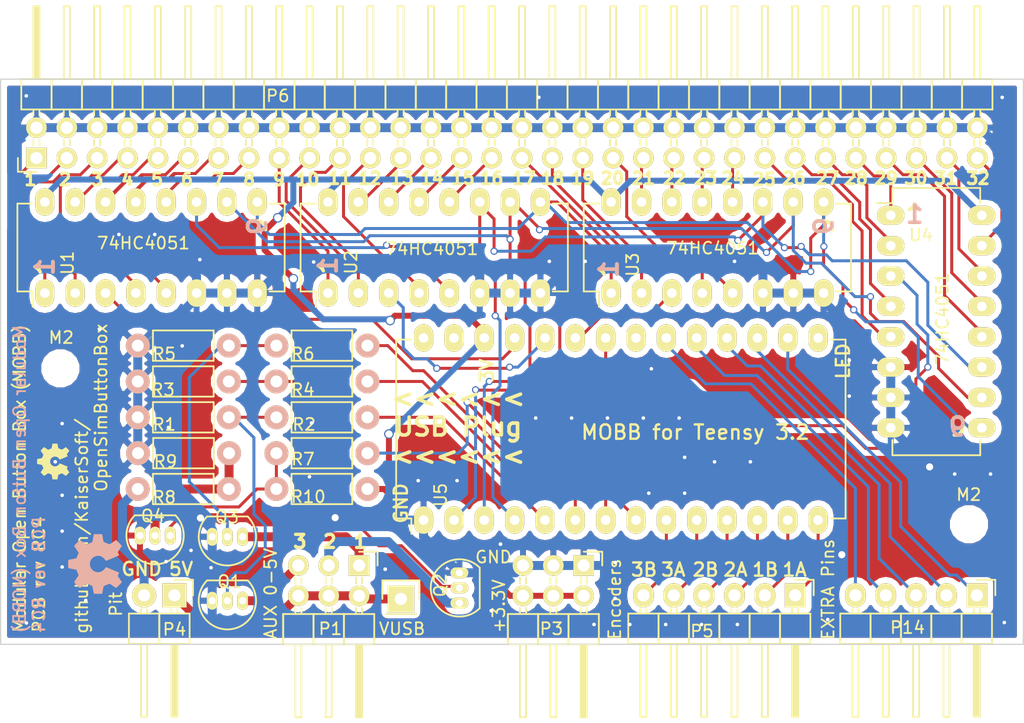
<source format=kicad_pcb>
(kicad_pcb (version 4) (host pcbnew 4.0.4-stable)
  (layers (0 F.Cu signal) (31 B.Cu signal) (34 B.Paste user hide) (35 F.Paste user hide) (36 B.SilkS user hide) (37 F.SilkS user hide) (38 B.Mask user) (39 F.Mask user) (44 Edge.Cuts user))
  (net 0 "")
  (net 1 "Net-(P1-Pad1)")
  (net 2 +5V)
  (net 3 "Net-(P1-Pad3)")
  (net 4 "Net-(P1-Pad5)")
  (net 5 +3V3)
  (net 6 GND)
  (net 7 "Net-(P4-Pad2)")
  (net 8 "Net-(P5-Pad1)")
  (net 9 "Net-(P5-Pad2)")
  (net 10 "Net-(P5-Pad3)")
  (net 11 "Net-(P5-Pad4)")
  (net 12 "Net-(P5-Pad5)")
  (net 13 "Net-(P5-Pad6)")
  (net 14 "Net-(P6-Pad1)")
  (net 15 "Net-(P6-Pad3)")
  (net 16 "Net-(P6-Pad5)")
  (net 17 "Net-(P6-Pad7)")
  (net 18 "Net-(P6-Pad9)")
  (net 19 "Net-(P6-Pad11)")
  (net 20 "Net-(P6-Pad13)")
  (net 21 "Net-(P6-Pad15)")
  (net 22 "Net-(P6-Pad17)")
  (net 23 "Net-(P6-Pad19)")
  (net 24 "Net-(P6-Pad21)")
  (net 25 "Net-(P6-Pad23)")
  (net 26 "Net-(P6-Pad25)")
  (net 27 "Net-(P6-Pad27)")
  (net 28 "Net-(P6-Pad29)")
  (net 29 "Net-(P6-Pad31)")
  (net 30 "Net-(P6-Pad33)")
  (net 31 "Net-(P6-Pad35)")
  (net 32 "Net-(P6-Pad37)")
  (net 33 "Net-(P6-Pad39)")
  (net 34 "Net-(P6-Pad41)")
  (net 35 "Net-(P6-Pad43)")
  (net 36 "Net-(P6-Pad45)")
  (net 37 "Net-(P6-Pad47)")
  (net 38 "Net-(P6-Pad49)")
  (net 39 "Net-(P6-Pad51)")
  (net 40 "Net-(P6-Pad53)")
  (net 41 "Net-(P6-Pad55)")
  (net 42 "Net-(P6-Pad57)")
  (net 43 "Net-(P6-Pad59)")
  (net 44 "Net-(P6-Pad61)")
  (net 45 "Net-(P6-Pad63)")
  (net 46 "Net-(P14-Pad1)")
  (net 47 "Net-(P14-Pad2)")
  (net 48 "Net-(P14-Pad3)")
  (net 49 "Net-(P14-Pad4)")
  (net 50 "Net-(P14-Pad5)")
  (net 51 "Net-(Q1-Pad2)")
  (net 52 "Net-(Q2-Pad2)")
  (net 53 "Net-(Q3-Pad2)")
  (net 54 "Net-(R2-Pad1)")
  (net 55 "Net-(R4-Pad1)")
  (net 56 "Net-(R6-Pad1)")
  (net 57 "Net-(U1-Pad3)")
  (net 58 "Net-(U1-Pad9)")
  (net 59 "Net-(U1-Pad10)")
  (net 60 "Net-(U1-Pad11)")
  (net 61 "Net-(U2-Pad3)")
  (net 62 "Net-(U3-Pad3)")
  (net 63 "Net-(U4-Pad3)")
  (net 64 "Net-(U5-Pad15)")
  (net 65 /reserved_for_4051)
  (net 66 "Net-(U5-Pad27)")
  (net 67 "Net-(U5-Pad28)")
  (net 68 "Net-(R7-Pad1)")
  (net 69 "Net-(Q4-Pad2)")
  (net 70 "Net-(Q4-Pad1)")
  (module Pin_Headers:Pin_Header_Angled_1x02 (layer F.Cu) (at 131.45 88.6 270)
    (fp_text reference P4 (at 2.85 0 360) (layer F.SilkS))
    (fp_text value Pit (at 0.75 4.9 270) (layer F.SilkS))
    (pad 1 thru_hole rect (at 0 0 270) (size 2.032 2.032) (drill 1.016) (layers *.Cu *.Mask F.SilkS) (net 2 +5V))
    (pad 2 thru_hole oval (at 0 2.54 270) (size 2.032 2.032) (drill 1.016) (layers *.Cu *.Mask F.SilkS) (net 7 "Net-(P4-Pad2)"))
  )
  (module MOBB:VIA-0.6MM (layer F.Cu) (at 171.3625 69.6375 90)
    (fp_text reference REF** hide)
    (fp_text value VIA-0.6MM hide)
    (pad 1 thru_hole circle (at 0 0 90) (size 0.6 0.6) (drill 0.3) (layers *.Cu) (net 6 GND))
  )
  (module MOBB:VIA-0.6MM (layer F.Cu) (at 158.7375 84.3125 90)
    (fp_text reference REF** hide)
    (fp_text value VIA-0.6MM hide)
    (pad 1 thru_hole circle (at 0 0 90) (size 0.6 0.6) (drill 0.3) (layers *.Cu) (net 6 GND))
  )
  (module MOBB:VIA-0.6MM (layer F.Cu) (at 158.7375 84.3125 90)
    (fp_text reference REF** hide)
    (fp_text value VIA-0.6MM hide)
    (pad 1 thru_hole circle (at 0 0 90) (size 0.6 0.6) (drill 0.3) (layers *.Cu) (net 6 GND))
  )
  (module MOBB:VIA-0.6MM (layer F.Cu) (at 149.0875 86.4125 90)
    (fp_text reference REF** hide)
    (fp_text value VIA-0.6MM hide)
    (pad 1 thru_hole circle (at 0 0 90) (size 0.6 0.6) (drill 0.3) (layers *.Cu) (net 6 GND))
  )
  (module MOBB:VIA-0.6MM (layer F.Cu) (at 149.0875 86.4125 90)
    (fp_text reference REF** hide)
    (fp_text value VIA-0.6MM hide)
    (pad 1 thru_hole circle (at 0 0 90) (size 0.6 0.6) (drill 0.3) (layers *.Cu) (net 6 GND))
  )
  (module MOBB:VIA-0.6MM (layer F.Cu) (at 178.5625 91.0375 90)
    (fp_text reference REF** hide)
    (fp_text value VIA-0.6MM hide)
    (pad 1 thru_hole circle (at 0 0 90) (size 0.6 0.6) (drill 0.3) (layers *.Cu) (net 6 GND))
  )
  (module MOBB:VIA-0.6MM (layer F.Cu) (at 175.5625 91.0375 90)
    (fp_text reference REF** hide)
    (fp_text value VIA-0.6MM hide)
    (pad 1 thru_hole circle (at 0 0 90) (size 0.6 0.6) (drill 0.3) (layers *.Cu) (net 6 GND))
  )
  (module MOBB:VIA-0.6MM (layer F.Cu) (at 172.5625 91.0375 90)
    (fp_text reference REF** hide)
    (fp_text value VIA-0.6MM hide)
    (pad 1 thru_hole circle (at 0 0 90) (size 0.6 0.6) (drill 0.3) (layers *.Cu) (net 6 GND))
  )
  (module MOBB:VIA-0.6MM (layer F.Cu) (at 169.5625 91.0375 90)
    (fp_text reference REF** hide)
    (fp_text value VIA-0.6MM hide)
    (pad 1 thru_hole circle (at 0 0 90) (size 0.6 0.6) (drill 0.3) (layers *.Cu) (net 6 GND))
  )
  (module MOBB:VIA-0.6MM (layer F.Cu) (at 166.5625 91.0375 90)
    (fp_text reference REF** hide)
    (fp_text value VIA-0.6MM hide)
    (pad 1 thru_hole circle (at 0 0 90) (size 0.6 0.6) (drill 0.3) (layers *.Cu) (net 6 GND))
  )
  (module MOBB:VIA-0.6MM (layer F.Cu) (at 130.95 74.55)
    (fp_text reference REF** hide)
    (fp_text value VIA-0.6MM hide)
    (pad 1 thru_hole circle (at 0 0) (size 0.6 0.6) (drill 0.3) (layers *.Cu) (net 6 GND))
  )
  (module MOBB:VIA-0.6MM (layer F.Cu) (at 132.1 67.725)
    (fp_text reference REF** hide)
    (fp_text value VIA-0.6MM hide)
    (pad 1 thru_hole circle (at 0 0) (size 0.6 0.6) (drill 0.3) (layers *.Cu) (net 6 GND))
  )
  (module MOBB:VIA-0.6MM (layer F.Cu) (at 142.75 78.675)
    (fp_text reference REF** hide)
    (fp_text value VIA-0.6MM hide)
    (pad 1 thru_hole circle (at 0 0) (size 0.6 0.6) (drill 0.3) (layers *.Cu) (net 6 GND))
  )
  (module MOBB:VIA-0.6MM (layer F.Cu) (at 142.925 74.175)
    (fp_text reference REF** hide)
    (fp_text value VIA-0.6MM hide)
    (pad 1 thru_hole circle (at 0 0) (size 0.6 0.6) (drill 0.3) (layers *.Cu) (net 6 GND))
  )
  (module MOBB:VIA-0.6MM (layer F.Cu) (at 157.9625 89.8875 90)
    (fp_text reference REF** hide)
    (fp_text value VIA-0.6MM hide)
    (pad 1 thru_hole circle (at 0 0 90) (size 0.6 0.6) (drill 0.3) (layers *.Cu) (net 6 GND))
  )
  (module MOBB:VIA-0.6MM (layer F.Cu) (at 134.5125 86.2875 90)
    (fp_text reference REF** hide)
    (fp_text value VIA-0.6MM hide)
    (pad 1 thru_hole circle (at 0 0 90) (size 0.6 0.6) (drill 0.3) (layers *.Cu) (net 6 GND))
  )
  (module MOBB:VIA-0.6MM (layer F.Cu) (at 132.8375 84.8375 90)
    (fp_text reference REF** hide)
    (fp_text value VIA-0.6MM hide)
    (pad 1 thru_hole circle (at 0 0 90) (size 0.6 0.6) (drill 0.3) (layers *.Cu) (net 6 GND))
  )
  (module MOBB:VIA-0.6MM (layer F.Cu) (at 119.0625 90.9125 90)
    (fp_text reference REF** hide)
    (fp_text value VIA-0.6MM hide)
    (pad 1 thru_hole circle (at 0 0 90) (size 0.6 0.6) (drill 0.3) (layers *.Cu) (net 6 GND))
  )
  (module MOBB:VIA-0.6MM (layer F.Cu) (at 125.1625 66.3125 90)
    (fp_text reference REF** hide)
    (fp_text value VIA-0.6MM hide)
    (pad 1 thru_hole circle (at 0 0 90) (size 0.6 0.6) (drill 0.3) (layers *.Cu) (net 6 GND))
  )
  (module MOBB:VIA-0.6MM (layer F.Cu) (at 200.725 46.925 90)
    (fp_text reference REF** hide)
    (fp_text value VIA-0.6MM hide)
    (pad 1 thru_hole circle (at 0 0 90) (size 0.6 0.6) (drill 0.3) (layers *.Cu) (net 6 GND))
  )
  (module MOBB:VIA-0.6MM (layer F.Cu) (at 161.95 46.925 90)
    (fp_text reference REF** hide)
    (fp_text value VIA-0.6MM hide)
    (pad 1 thru_hole circle (at 0 0 90) (size 0.6 0.6) (drill 0.3) (layers *.Cu) (net 6 GND))
  )
  (module MOBB:VIA-0.6MM (layer F.Cu) (at 119.05 46.8)
    (fp_text reference REF** hide)
    (fp_text value VIA-0.6MM hide)
    (pad 1 thru_hole circle (at 0 0) (size 0.6 0.6) (drill 0.3) (layers *.Cu) (net 6 GND))
  )
  (module MOBB:VIA-0.6MM (layer F.Cu) (at 130.75 85.775)
    (fp_text reference REF** hide)
    (fp_text value VIA-0.6MM hide)
    (pad 1 thru_hole circle (at 0 0) (size 0.6 0.6) (drill 0.3) (layers *.Cu) (net 6 GND))
  )
  (module MOBB:VIA-0.6MM (layer F.Cu) (at 133.575 60.5)
    (fp_text reference REF** hide)
    (fp_text value VIA-0.6MM hide)
    (pad 1 thru_hole circle (at 0 0) (size 0.6 0.6) (drill 0.3) (layers *.Cu) (net 6 GND))
  )
  (module MOBB:VIA-0.6MM (layer F.Cu) (at 143.1 60.7)
    (fp_text reference REF** hide)
    (fp_text value VIA-0.6MM hide)
    (pad 1 thru_hole circle (at 0 0) (size 0.6 0.6) (drill 0.3) (layers *.Cu) (net 6 GND))
  )
  (module MOBB:VIA-0.6MM (layer F.Cu) (at 186.125 90.625 90)
    (fp_text reference REF** hide)
    (fp_text value VIA-0.6MM hide)
    (pad 1 thru_hole circle (at 0 0 90) (size 0.6 0.6) (drill 0.3) (layers *.Cu) (net 6 GND))
  )
  (module MOBB:VIA-0.6MM (layer F.Cu) (at 200.9 90.875 90)
    (fp_text reference REF** hide)
    (fp_text value VIA-0.6MM hide)
    (pad 1 thru_hole circle (at 0 0 90) (size 0.6 0.6) (drill 0.3) (layers *.Cu) (net 6 GND))
  )
  (module MOBB:VIA-0.6MM (layer F.Cu) (at 168.325 88.85)
    (fp_text reference REF** hide)
    (fp_text value VIA-0.6MM hide)
    (pad 1 thru_hole circle (at 0 0) (size 0.6 0.6) (drill 0.3) (layers *.Cu) (net 6 GND))
  )
  (module MOBB:VIA-0.6MM (layer F.Cu) (at 168.325 85.85)
    (fp_text reference REF** hide)
    (fp_text value VIA-0.6MM hide)
    (pad 1 thru_hole circle (at 0 0) (size 0.6 0.6) (drill 0.3) (layers *.Cu) (net 6 GND))
  )
  (module MOBB:VIA-0.6MM (layer F.Cu) (at 178.325 60.65 90)
    (fp_text reference REF** hide)
    (fp_text value VIA-0.6MM hide)
    (pad 1 thru_hole circle (at 0 0 90) (size 0.6 0.6) (drill 0.3) (layers *.Cu) (net 6 GND))
  )
  (module MOBB:VIA-0.6MM (layer F.Cu) (at 162.825 60.65 90)
    (fp_text reference REF** hide)
    (fp_text value VIA-0.6MM hide)
    (pad 1 thru_hole circle (at 0 0 90) (size 0.6 0.6) (drill 0.3) (layers *.Cu) (net 6 GND))
  )
  (module MOBB:VIA-0.6MM (layer F.Cu) (at 165.825 60.65 90)
    (fp_text reference REF** hide)
    (fp_text value VIA-0.6MM hide)
    (pad 1 thru_hole circle (at 0 0 90) (size 0.6 0.6) (drill 0.3) (layers *.Cu) (net 6 GND))
  )
  (module MOBB:VIA-0.6MM (layer F.Cu) (at 129.8 58.4 90)
    (fp_text reference REF** hide)
    (fp_text value VIA-0.6MM hide)
    (pad 1 thru_hole circle (at 0 0 90) (size 0.6 0.6) (drill 0.3) (layers *.Cu) (net 6 GND))
  )
  (module MOBB:VIA-0.6MM (layer F.Cu) (at 126.8 58.4 90)
    (fp_text reference REF** hide)
    (fp_text value VIA-0.6MM hide)
    (pad 1 thru_hole circle (at 0 0 90) (size 0.6 0.6) (drill 0.3) (layers *.Cu) (net 6 GND))
  )
  (module MOBB:VIA-0.6MM (layer F.Cu) (at 199.75 78.45 90)
    (fp_text reference REF** hide)
    (fp_text value VIA-0.6MM hide)
    (pad 1 thru_hole circle (at 0 0 90) (size 0.6 0.6) (drill 0.3) (layers *.Cu) (net 6 GND))
  )
  (module MOBB:VIA-0.6MM (layer F.Cu) (at 196.75 78.45 90)
    (fp_text reference REF** hide)
    (fp_text value VIA-0.6MM hide)
    (pad 1 thru_hole circle (at 0 0 90) (size 0.6 0.6) (drill 0.3) (layers *.Cu) (net 6 GND))
  )
  (module MOBB:VIA-0.6MM (layer F.Cu) (at 187.925 71.925)
    (fp_text reference REF** hide)
    (fp_text value VIA-0.6MM hide)
    (pad 1 thru_hole circle (at 0 0) (size 0.6 0.6) (drill 0.3) (layers *.Cu) (net 6 GND))
  )
  (module MOBB:VIA-0.6MM (layer F.Cu) (at 187.925 68.925)
    (fp_text reference REF** hide)
    (fp_text value VIA-0.6MM hide)
    (pad 1 thru_hole circle (at 0 0) (size 0.6 0.6) (drill 0.3) (layers *.Cu) (net 6 GND))
  )
  (module MOBB:VIA-0.6MM (layer F.Cu) (at 122.05 86.225)
    (fp_text reference REF** hide)
    (fp_text value VIA-0.6MM hide)
    (pad 1 thru_hole circle (at 0 0) (size 0.6 0.6) (drill 0.3) (layers *.Cu) (net 6 GND))
  )
  (module MOBB:VIA-0.6MM (layer F.Cu) (at 173.6875 73.7625 90)
    (fp_text reference REF** hide)
    (fp_text value VIA-0.6MM hide)
    (pad 1 thru_hole circle (at 0 0 90) (size 0.6 0.6) (drill 0.3) (layers *.Cu) (net 6 GND))
  )
  (module MOBB:VIA-0.6MM (layer F.Cu) (at 124.025 89.025)
    (fp_text reference REF** hide)
    (fp_text value VIA-0.6MM hide)
    (pad 1 thru_hole circle (at 0 0) (size 0.6 0.6) (drill 0.3) (layers *.Cu) (net 6 GND))
  )
  (module MOBB:VIA-0.6MM (layer F.Cu) (at 122.05 83.225)
    (fp_text reference REF** hide)
    (fp_text value VIA-0.6MM hide)
    (pad 1 thru_hole circle (at 0 0) (size 0.6 0.6) (drill 0.3) (layers *.Cu) (net 6 GND))
  )
  (module MOBB:VIA-0.6MM (layer F.Cu) (at 170.6875 73.7625 90)
    (fp_text reference REF** hide)
    (fp_text value VIA-0.6MM hide)
    (pad 1 thru_hole circle (at 0 0 90) (size 0.6 0.6) (drill 0.3) (layers *.Cu) (net 6 GND))
  )
  (module MOBB:VIA-0.6MM (layer F.Cu) (at 122.05 80.225)
    (fp_text reference REF** hide)
    (fp_text value VIA-0.6MM hide)
    (pad 1 thru_hole circle (at 0 0) (size 0.6 0.6) (drill 0.3) (layers *.Cu) (net 6 GND))
  )
  (module MOBB:VIA-0.6MM (layer F.Cu) (at 167.6875 73.7625 90)
    (fp_text reference REF** hide)
    (fp_text value VIA-0.6MM hide)
    (pad 1 thru_hole circle (at 0 0 90) (size 0.6 0.6) (drill 0.3) (layers *.Cu) (net 6 GND))
  )
  (module MOBB:VIA-0.6MM (layer F.Cu) (at 121.475 77.425)
    (fp_text reference REF** hide)
    (fp_text value VIA-0.6MM hide)
    (pad 1 thru_hole circle (at 0 0) (size 0.6 0.6) (drill 0.3) (layers *.Cu) (net 6 GND))
  )
  (module MOBB:VIA-0.6MM (layer F.Cu) (at 164.6875 73.7625 90)
    (fp_text reference REF** hide)
    (fp_text value VIA-0.6MM hide)
    (pad 1 thru_hole circle (at 0 0 90) (size 0.6 0.6) (drill 0.3) (layers *.Cu) (net 6 GND))
  )
  (module MOBB:VIA-0.6MM (layer F.Cu) (at 122.05 74.225)
    (fp_text reference REF** hide)
    (fp_text value VIA-0.6MM hide)
    (pad 1 thru_hole circle (at 0 0) (size 0.6 0.6) (drill 0.3) (layers *.Cu) (net 6 GND))
  )
  (module MOBB:VIA-0.6MM (layer F.Cu) (at 161.6875 73.7625 90)
    (fp_text reference REF** hide)
    (fp_text value VIA-0.6MM hide)
    (pad 1 thru_hole circle (at 0 0 90) (size 0.6 0.6) (drill 0.3) (layers *.Cu) (net 6 GND))
  )
  (module MOBB:VIA-0.6MM (layer F.Cu) (at 174.15 80.05)
    (fp_text reference REF** hide)
    (fp_text value VIA-0.6MM hide)
    (pad 1 thru_hole circle (at 0 0) (size 0.6 0.6) (drill 0.3) (layers *.Cu) (net 6 GND))
  )
  (module MOBB:VIA-0.6MM (layer F.Cu) (at 171.15 80.05)
    (fp_text reference REF** hide)
    (fp_text value VIA-0.6MM hide)
    (pad 1 thru_hole circle (at 0 0) (size 0.6 0.6) (drill 0.3) (layers *.Cu) (net 6 GND))
  )
  (module MOBB:VIA-0.6MM (layer F.Cu) (at 174.15 77.05)
    (fp_text reference REF** hide)
    (fp_text value VIA-0.6MM hide)
    (pad 1 thru_hole circle (at 0 0) (size 0.6 0.6) (drill 0.3) (layers *.Cu) (net 6 GND))
  )
  (module MOBB:VIA-0.6MM (layer F.Cu) (at 179.65 77.425)
    (fp_text reference REF** hide)
    (fp_text value VIA-0.6MM hide)
    (pad 1 thru_hole circle (at 0 0) (size 0.6 0.6) (drill 0.3) (layers *.Cu) (net 6 GND))
  )
  (module MOBB:VIA-0.6MM (layer F.Cu) (at 151.85 79)
    (fp_text reference REF** hide)
    (fp_text value VIA-0.6MM hide)
    (pad 1 thru_hole circle (at 0 0) (size 0.6 0.6) (drill 0.3) (layers *.Cu) (net 6 GND))
  )
  (module Housings_DIP:DIP-16_W7.62mm_LongPads (layer F.Cu) (at 144.3 63.3 90)
    (fp_text reference U2 (at 2.575 1.925 270) (layer F.SilkS))
    (fp_text value 74HC4051 (at 3.7 8.7 180) (layer F.SilkS))
    (pad 1 thru_hole oval (at 0 0 90) (size 2.3 1.6) (drill 0.8) (layers *.Cu *.Mask F.SilkS) (net 22 "Net-(P6-Pad17)"))
    (pad 2 thru_hole oval (at 0 2.54 90) (size 2.3 1.6) (drill 0.8) (layers *.Cu *.Mask F.SilkS) (net 23 "Net-(P6-Pad19)"))
    (pad 3 thru_hole oval (at 0 5.08 90) (size 2.3 1.6) (drill 0.8) (layers *.Cu *.Mask F.SilkS) (net 61 "Net-(U2-Pad3)"))
    (pad 4 thru_hole oval (at 0 7.62 90) (size 2.3 1.6) (drill 0.8) (layers *.Cu *.Mask F.SilkS) (net 24 "Net-(P6-Pad21)"))
    (pad 5 thru_hole oval (at 0 10.16 90) (size 2.3 1.6) (drill 0.8) (layers *.Cu *.Mask F.SilkS) (net 25 "Net-(P6-Pad23)"))
    (pad 6 thru_hole oval (at 0 12.7 90) (size 2.3 1.6) (drill 0.8) (layers *.Cu *.Mask F.SilkS) (net 6 GND))
    (pad 7 thru_hole oval (at 0 15.24 90) (size 2.3 1.6) (drill 0.8) (layers *.Cu *.Mask F.SilkS) (net 6 GND))
    (pad 8 thru_hole oval (at 0 17.78 90) (size 2.3 1.6) (drill 0.8) (layers *.Cu *.Mask F.SilkS) (net 6 GND))
    (pad 9 thru_hole oval (at 7.62 17.78 90) (size 2.3 1.6) (drill 0.8) (layers *.Cu *.Mask F.SilkS) (net 58 "Net-(U1-Pad9)"))
    (pad 10 thru_hole oval (at 7.62 15.24 90) (size 2.3 1.6) (drill 0.8) (layers *.Cu *.Mask F.SilkS) (net 59 "Net-(U1-Pad10)"))
    (pad 11 thru_hole oval (at 7.62 12.7 90) (size 2.3 1.6) (drill 0.8) (layers *.Cu *.Mask F.SilkS) (net 60 "Net-(U1-Pad11)"))
    (pad 12 thru_hole oval (at 7.62 10.16 90) (size 2.3 1.6) (drill 0.8) (layers *.Cu *.Mask F.SilkS) (net 29 "Net-(P6-Pad31)"))
    (pad 13 thru_hole oval (at 7.62 7.62 90) (size 2.3 1.6) (drill 0.8) (layers *.Cu *.Mask F.SilkS) (net 28 "Net-(P6-Pad29)"))
    (pad 14 thru_hole oval (at 7.62 5.08 90) (size 2.3 1.6) (drill 0.8) (layers *.Cu *.Mask F.SilkS) (net 27 "Net-(P6-Pad27)"))
    (pad 15 thru_hole oval (at 7.62 2.54 90) (size 2.3 1.6) (drill 0.8) (layers *.Cu *.Mask F.SilkS) (net 26 "Net-(P6-Pad25)"))
    (pad 16 thru_hole oval (at 7.62 0 90) (size 2.3 1.6) (drill 0.8) (layers *.Cu *.Mask F.SilkS) (net 5 +3V3))
  )
  (module Pin_Headers:Pin_Header_Angled_2x03 (layer F.Cu) (at 146.9 86.1 270)
    (fp_text reference P1 (at 5.3 2.4 360) (layer F.SilkS))
    (fp_text value "AUX 0-5V" (at 2.35 7.4 270) (layer F.SilkS))
    (pad 1 thru_hole rect (at 0 0 270) (size 1.7272 1.7272) (drill 1.016) (layers *.Cu *.Mask F.SilkS) (net 1 "Net-(P1-Pad1)"))
    (pad 2 thru_hole oval (at 2.54 0 270) (size 1.7272 1.7272) (drill 1.016) (layers *.Cu *.Mask F.SilkS) (net 2 +5V))
    (pad 3 thru_hole oval (at 0 2.54 270) (size 1.7272 1.7272) (drill 1.016) (layers *.Cu *.Mask F.SilkS) (net 3 "Net-(P1-Pad3)"))
    (pad 4 thru_hole oval (at 2.54 2.54 270) (size 1.7272 1.7272) (drill 1.016) (layers *.Cu *.Mask F.SilkS) (net 2 +5V))
    (pad 5 thru_hole oval (at 0 5.08 270) (size 1.7272 1.7272) (drill 1.016) (layers *.Cu *.Mask F.SilkS) (net 4 "Net-(P1-Pad5)"))
    (pad 6 thru_hole oval (at 2.54 5.08 270) (size 1.7272 1.7272) (drill 1.016) (layers *.Cu *.Mask F.SilkS) (net 2 +5V))
  )
  (module Pin_Headers:Pin_Header_Straight_1x01 (layer F.Cu) (at 150.4 88.9)
    (fp_text reference P2 hide)
    (fp_text value VUSB (at 0.1 2.5) (layer F.SilkS))
    (pad 1 thru_hole rect (at 0 0) (size 2.2352 2.2352) (drill 1.016) (layers *.Cu *.Mask F.SilkS) (net 2 +5V))
  )
  (module Pin_Headers:Pin_Header_Angled_2x03 (layer F.Cu) (at 165.7 86.1 270)
    (fp_text reference P3 (at 5.3 2.7 360) (layer F.SilkS))
    (fp_text value +3.3V (at 3.4 7.1 270) (layer F.SilkS))
    (pad 1 thru_hole rect (at 0 0 270) (size 1.7272 1.7272) (drill 1.016) (layers *.Cu *.Mask F.SilkS) (net 6 GND))
    (pad 2 thru_hole oval (at 2.54 0 270) (size 1.7272 1.7272) (drill 1.016) (layers *.Cu *.Mask F.SilkS) (net 5 +3V3))
    (pad 3 thru_hole oval (at 0 2.54 270) (size 1.7272 1.7272) (drill 1.016) (layers *.Cu *.Mask F.SilkS) (net 6 GND))
    (pad 4 thru_hole oval (at 2.54 2.54 270) (size 1.7272 1.7272) (drill 1.016) (layers *.Cu *.Mask F.SilkS) (net 5 +3V3))
    (pad 5 thru_hole oval (at 0 5.08 270) (size 1.7272 1.7272) (drill 1.016) (layers *.Cu *.Mask F.SilkS) (net 6 GND))
    (pad 6 thru_hole oval (at 2.54 5.08 270) (size 1.7272 1.7272) (drill 1.016) (layers *.Cu *.Mask F.SilkS) (net 5 +3V3))
  )
  (module Pin_Headers:Pin_Header_Angled_1x06 (layer F.Cu) (at 183.4 88.6 270)
    (fp_text reference P5 (at 3 7.8 360) (layer F.SilkS))
    (fp_text value Encoders (at 0.325 15.1 270) (layer F.SilkS))
    (pad 1 thru_hole rect (at 0 0 270) (size 2.032 1.7272) (drill 1.016) (layers *.Cu *.Mask F.SilkS) (net 8 "Net-(P5-Pad1)"))
    (pad 2 thru_hole oval (at 0 2.54 270) (size 2.032 1.7272) (drill 1.016) (layers *.Cu *.Mask F.SilkS) (net 9 "Net-(P5-Pad2)"))
    (pad 3 thru_hole oval (at 0 5.08 270) (size 2.032 1.7272) (drill 1.016) (layers *.Cu *.Mask F.SilkS) (net 10 "Net-(P5-Pad3)"))
    (pad 4 thru_hole oval (at 0 7.62 270) (size 2.032 1.7272) (drill 1.016) (layers *.Cu *.Mask F.SilkS) (net 11 "Net-(P5-Pad4)"))
    (pad 5 thru_hole oval (at 0 10.16 270) (size 2.032 1.7272) (drill 1.016) (layers *.Cu *.Mask F.SilkS) (net 12 "Net-(P5-Pad5)"))
    (pad 6 thru_hole oval (at 0 12.7 270) (size 2.032 1.7272) (drill 1.016) (layers *.Cu *.Mask F.SilkS) (net 13 "Net-(P5-Pad6)"))
  )
  (module Pin_Headers:Pin_Header_Angled_2x32 (layer F.Cu) (at 119.9 52 90)
    (fp_text reference P6 (at 5.2 20.2 180) (layer F.SilkS))
    (fp_text value "BTN 1-32")
    (pad 1 thru_hole rect (at 0 0 90) (size 1.7272 1.7272) (drill 1.016) (layers *.Cu *.Mask F.SilkS) (net 14 "Net-(P6-Pad1)"))
    (pad 2 thru_hole oval (at 2.54 0 90) (size 1.7272 1.7272) (drill 1.016) (layers *.Cu *.Mask F.SilkS) (net 6 GND))
    (pad 3 thru_hole oval (at 0 2.54 90) (size 1.7272 1.7272) (drill 1.016) (layers *.Cu *.Mask F.SilkS) (net 15 "Net-(P6-Pad3)"))
    (pad 4 thru_hole oval (at 2.54 2.54 90) (size 1.7272 1.7272) (drill 1.016) (layers *.Cu *.Mask F.SilkS) (net 6 GND))
    (pad 5 thru_hole oval (at 0 5.08 90) (size 1.7272 1.7272) (drill 1.016) (layers *.Cu *.Mask F.SilkS) (net 16 "Net-(P6-Pad5)"))
    (pad 6 thru_hole oval (at 2.54 5.08 90) (size 1.7272 1.7272) (drill 1.016) (layers *.Cu *.Mask F.SilkS) (net 6 GND))
    (pad 7 thru_hole oval (at 0 7.62 90) (size 1.7272 1.7272) (drill 1.016) (layers *.Cu *.Mask F.SilkS) (net 17 "Net-(P6-Pad7)"))
    (pad 8 thru_hole oval (at 2.54 7.62 90) (size 1.7272 1.7272) (drill 1.016) (layers *.Cu *.Mask F.SilkS) (net 6 GND))
    (pad 9 thru_hole oval (at 0 10.16 90) (size 1.7272 1.7272) (drill 1.016) (layers *.Cu *.Mask F.SilkS) (net 18 "Net-(P6-Pad9)"))
    (pad 10 thru_hole oval (at 2.54 10.16 90) (size 1.7272 1.7272) (drill 1.016) (layers *.Cu *.Mask F.SilkS) (net 6 GND))
    (pad 11 thru_hole oval (at 0 12.7 90) (size 1.7272 1.7272) (drill 1.016) (layers *.Cu *.Mask F.SilkS) (net 19 "Net-(P6-Pad11)"))
    (pad 12 thru_hole oval (at 2.54 12.7 90) (size 1.7272 1.7272) (drill 1.016) (layers *.Cu *.Mask F.SilkS) (net 6 GND))
    (pad 13 thru_hole oval (at 0 15.24 90) (size 1.7272 1.7272) (drill 1.016) (layers *.Cu *.Mask F.SilkS) (net 20 "Net-(P6-Pad13)"))
    (pad 14 thru_hole oval (at 2.54 15.24 90) (size 1.7272 1.7272) (drill 1.016) (layers *.Cu *.Mask F.SilkS) (net 6 GND))
    (pad 15 thru_hole oval (at 0 17.78 90) (size 1.7272 1.7272) (drill 1.016) (layers *.Cu *.Mask F.SilkS) (net 21 "Net-(P6-Pad15)"))
    (pad 16 thru_hole oval (at 2.54 17.78 90) (size 1.7272 1.7272) (drill 1.016) (layers *.Cu *.Mask F.SilkS) (net 6 GND))
    (pad 17 thru_hole oval (at 0 20.32 90) (size 1.7272 1.7272) (drill 1.016) (layers *.Cu *.Mask F.SilkS) (net 22 "Net-(P6-Pad17)"))
    (pad 18 thru_hole oval (at 2.54 20.32 90) (size 1.7272 1.7272) (drill 1.016) (layers *.Cu *.Mask F.SilkS) (net 6 GND))
    (pad 19 thru_hole oval (at 0 22.86 90) (size 1.7272 1.7272) (drill 1.016) (layers *.Cu *.Mask F.SilkS) (net 23 "Net-(P6-Pad19)"))
    (pad 20 thru_hole oval (at 2.54 22.86 90) (size 1.7272 1.7272) (drill 1.016) (layers *.Cu *.Mask F.SilkS) (net 6 GND))
    (pad 21 thru_hole oval (at 0 25.4 90) (size 1.7272 1.7272) (drill 1.016) (layers *.Cu *.Mask F.SilkS) (net 24 "Net-(P6-Pad21)"))
    (pad 22 thru_hole oval (at 2.54 25.4 90) (size 1.7272 1.7272) (drill 1.016) (layers *.Cu *.Mask F.SilkS) (net 6 GND))
    (pad 23 thru_hole oval (at 0 27.94 90) (size 1.7272 1.7272) (drill 1.016) (layers *.Cu *.Mask F.SilkS) (net 25 "Net-(P6-Pad23)"))
    (pad 24 thru_hole oval (at 2.54 27.94 90) (size 1.7272 1.7272) (drill 1.016) (layers *.Cu *.Mask F.SilkS) (net 6 GND))
    (pad 25 thru_hole oval (at 0 30.48 90) (size 1.7272 1.7272) (drill 1.016) (layers *.Cu *.Mask F.SilkS) (net 26 "Net-(P6-Pad25)"))
    (pad 26 thru_hole oval (at 2.54 30.48 90) (size 1.7272 1.7272) (drill 1.016) (layers *.Cu *.Mask F.SilkS) (net 6 GND))
    (pad 27 thru_hole oval (at 0 33.02 90) (size 1.7272 1.7272) (drill 1.016) (layers *.Cu *.Mask F.SilkS) (net 27 "Net-(P6-Pad27)"))
    (pad 28 thru_hole oval (at 2.54 33.02 90) (size 1.7272 1.7272) (drill 1.016) (layers *.Cu *.Mask F.SilkS) (net 6 GND))
    (pad 29 thru_hole oval (at 0 35.56 90) (size 1.7272 1.7272) (drill 1.016) (layers *.Cu *.Mask F.SilkS) (net 28 "Net-(P6-Pad29)"))
    (pad 30 thru_hole oval (at 2.54 35.56 90) (size 1.7272 1.7272) (drill 1.016) (layers *.Cu *.Mask F.SilkS) (net 6 GND))
    (pad 31 thru_hole oval (at 0 38.1 90) (size 1.7272 1.7272) (drill 1.016) (layers *.Cu *.Mask F.SilkS) (net 29 "Net-(P6-Pad31)"))
    (pad 32 thru_hole oval (at 2.54 38.1 90) (size 1.7272 1.7272) (drill 1.016) (layers *.Cu *.Mask F.SilkS) (net 6 GND))
    (pad 33 thru_hole oval (at 0 40.64 90) (size 1.7272 1.7272) (drill 1.016) (layers *.Cu *.Mask F.SilkS) (net 30 "Net-(P6-Pad33)"))
    (pad 34 thru_hole oval (at 2.54 40.64 90) (size 1.7272 1.7272) (drill 1.016) (layers *.Cu *.Mask F.SilkS) (net 6 GND))
    (pad 35 thru_hole oval (at 0 43.18 90) (size 1.7272 1.7272) (drill 1.016) (layers *.Cu *.Mask F.SilkS) (net 31 "Net-(P6-Pad35)"))
    (pad 36 thru_hole oval (at 2.54 43.18 90) (size 1.7272 1.7272) (drill 1.016) (layers *.Cu *.Mask F.SilkS) (net 6 GND))
    (pad 37 thru_hole oval (at 0 45.72 90) (size 1.7272 1.7272) (drill 1.016) (layers *.Cu *.Mask F.SilkS) (net 32 "Net-(P6-Pad37)"))
    (pad 38 thru_hole oval (at 2.54 45.72 90) (size 1.7272 1.7272) (drill 1.016) (layers *.Cu *.Mask F.SilkS) (net 6 GND))
    (pad 39 thru_hole oval (at 0 48.26 90) (size 1.7272 1.7272) (drill 1.016) (layers *.Cu *.Mask F.SilkS) (net 33 "Net-(P6-Pad39)"))
    (pad 40 thru_hole oval (at 2.54 48.26 90) (size 1.7272 1.7272) (drill 1.016) (layers *.Cu *.Mask F.SilkS) (net 6 GND))
    (pad 41 thru_hole oval (at 0 50.8 90) (size 1.7272 1.7272) (drill 1.016) (layers *.Cu *.Mask F.SilkS) (net 34 "Net-(P6-Pad41)"))
    (pad 42 thru_hole oval (at 2.54 50.8 90) (size 1.7272 1.7272) (drill 1.016) (layers *.Cu *.Mask F.SilkS) (net 6 GND))
    (pad 43 thru_hole oval (at 0 53.34 90) (size 1.7272 1.7272) (drill 1.016) (layers *.Cu *.Mask F.SilkS) (net 35 "Net-(P6-Pad43)"))
    (pad 44 thru_hole oval (at 2.54 53.34 90) (size 1.7272 1.7272) (drill 1.016) (layers *.Cu *.Mask F.SilkS) (net 6 GND))
    (pad 45 thru_hole oval (at 0 55.88 90) (size 1.7272 1.7272) (drill 1.016) (layers *.Cu *.Mask F.SilkS) (net 36 "Net-(P6-Pad45)"))
    (pad 46 thru_hole oval (at 2.54 55.88 90) (size 1.7272 1.7272) (drill 1.016) (layers *.Cu *.Mask F.SilkS) (net 6 GND))
    (pad 47 thru_hole oval (at 0 58.42 90) (size 1.7272 1.7272) (drill 1.016) (layers *.Cu *.Mask F.SilkS) (net 37 "Net-(P6-Pad47)"))
    (pad 48 thru_hole oval (at 2.54 58.42 90) (size 1.7272 1.7272) (drill 1.016) (layers *.Cu *.Mask F.SilkS) (net 6 GND))
    (pad 49 thru_hole oval (at 0 60.96 90) (size 1.7272 1.7272) (drill 1.016) (layers *.Cu *.Mask F.SilkS) (net 38 "Net-(P6-Pad49)"))
    (pad 50 thru_hole oval (at 2.54 60.96 90) (size 1.7272 1.7272) (drill 1.016) (layers *.Cu *.Mask F.SilkS) (net 6 GND))
    (pad 51 thru_hole oval (at 0 63.5 90) (size 1.7272 1.7272) (drill 1.016) (layers *.Cu *.Mask F.SilkS) (net 39 "Net-(P6-Pad51)"))
    (pad 52 thru_hole oval (at 2.54 63.5 90) (size 1.7272 1.7272) (drill 1.016) (layers *.Cu *.Mask F.SilkS) (net 6 GND))
    (pad 53 thru_hole oval (at 0 66.04 90) (size 1.7272 1.7272) (drill 1.016) (layers *.Cu *.Mask F.SilkS) (net 40 "Net-(P6-Pad53)"))
    (pad 54 thru_hole oval (at 2.54 66.04 90) (size 1.7272 1.7272) (drill 1.016) (layers *.Cu *.Mask F.SilkS) (net 6 GND))
    (pad 55 thru_hole oval (at 0 68.58 90) (size 1.7272 1.7272) (drill 1.016) (layers *.Cu *.Mask F.SilkS) (net 41 "Net-(P6-Pad55)"))
    (pad 56 thru_hole oval (at 2.54 68.58 90) (size 1.7272 1.7272) (drill 1.016) (layers *.Cu *.Mask F.SilkS) (net 6 GND))
    (pad 57 thru_hole oval (at 0 71.12 90) (size 1.7272 1.7272) (drill 1.016) (layers *.Cu *.Mask F.SilkS) (net 42 "Net-(P6-Pad57)"))
    (pad 58 thru_hole oval (at 2.54 71.12 90) (size 1.7272 1.7272) (drill 1.016) (layers *.Cu *.Mask F.SilkS) (net 6 GND))
    (pad 59 thru_hole oval (at 0 73.66 90) (size 1.7272 1.7272) (drill 1.016) (layers *.Cu *.Mask F.SilkS) (net 43 "Net-(P6-Pad59)"))
    (pad 60 thru_hole oval (at 2.54 73.66 90) (size 1.7272 1.7272) (drill 1.016) (layers *.Cu *.Mask F.SilkS) (net 6 GND))
    (pad 61 thru_hole oval (at 0 76.2 90) (size 1.7272 1.7272) (drill 1.016) (layers *.Cu *.Mask F.SilkS) (net 44 "Net-(P6-Pad61)"))
    (pad 62 thru_hole oval (at 2.54 76.2 90) (size 1.7272 1.7272) (drill 1.016) (layers *.Cu *.Mask F.SilkS) (net 6 GND))
    (pad 63 thru_hole oval (at 0 78.74 90) (size 1.7272 1.7272) (drill 1.016) (layers *.Cu *.Mask F.SilkS) (net 45 "Net-(P6-Pad63)"))
    (pad 64 thru_hole oval (at 2.54 78.74 90) (size 1.7272 1.7272) (drill 1.016) (layers *.Cu *.Mask F.SilkS) (net 6 GND))
  )
  (module Pin_Headers:Pin_Header_Angled_1x05 (layer F.Cu) (at 198.6 88.6 270)
    (fp_text reference P14 (at 2.7 5.8 360) (layer F.SilkS))
    (fp_text value "EXTRA Pins" (at -0.5 12.45 270) (layer F.SilkS))
    (pad 1 thru_hole rect (at 0 0 270) (size 2.032 1.7272) (drill 1.016) (layers *.Cu *.Mask F.SilkS) (net 46 "Net-(P14-Pad1)"))
    (pad 2 thru_hole oval (at 0 2.54 270) (size 2.032 1.7272) (drill 1.016) (layers *.Cu *.Mask F.SilkS) (net 47 "Net-(P14-Pad2)"))
    (pad 3 thru_hole oval (at 0 5.08 270) (size 2.032 1.7272) (drill 1.016) (layers *.Cu *.Mask F.SilkS) (net 48 "Net-(P14-Pad3)"))
    (pad 4 thru_hole oval (at 0 7.62 270) (size 2.032 1.7272) (drill 1.016) (layers *.Cu *.Mask F.SilkS) (net 49 "Net-(P14-Pad4)"))
    (pad 5 thru_hole oval (at 0 10.16 270) (size 2.032 1.7272) (drill 1.016) (layers *.Cu *.Mask F.SilkS) (net 50 "Net-(P14-Pad5)"))
  )
  (module TO_SOT_Packages_THT:TO-92_Inline_Narrow_Oval (layer F.Cu) (at 137.15 89.05 180)
    (fp_text reference Q1 (at 1.1 1.6 180) (layer F.SilkS))
    (fp_text value NPN hide)
    (pad 2 thru_hole oval (at 1.27 0) (size 0.89916 1.50114) (drill 0.6) (layers *.Cu *.Mask F.SilkS) (net 51 "Net-(Q1-Pad2)"))
    (pad 3 thru_hole oval (at 2.54 0) (size 0.89916 1.50114) (drill 0.6) (layers *.Cu *.Mask F.SilkS) (net 6 GND))
    (pad 1 thru_hole oval (at 0 0) (size 0.89916 1.50114) (drill 0.6) (layers *.Cu *.Mask F.SilkS) (net 4 "Net-(P1-Pad5)"))
  )
  (module TO_SOT_Packages_THT:TO-92_Inline_Narrow_Oval (layer F.Cu) (at 155.3 89.25 90)
    (fp_text reference Q2 (at 1.5 -1.6 90) (layer F.SilkS))
    (fp_text value NPN hide)
    (pad 2 thru_hole oval (at 1.27 0 270) (size 0.89916 1.50114) (drill 0.6) (layers *.Cu *.Mask F.SilkS) (net 52 "Net-(Q2-Pad2)"))
    (pad 3 thru_hole oval (at 2.54 0 270) (size 0.89916 1.50114) (drill 0.6) (layers *.Cu *.Mask F.SilkS) (net 6 GND))
    (pad 1 thru_hole oval (at 0 0 270) (size 0.89916 1.50114) (drill 0.6) (layers *.Cu *.Mask F.SilkS) (net 3 "Net-(P1-Pad3)"))
  )
  (module TO_SOT_Packages_THT:TO-92_Inline_Narrow_Oval (layer F.Cu) (at 137.15 83.7 180)
    (fp_text reference Q3 (at 1.3 1.65 180) (layer F.SilkS))
    (fp_text value NPN hide)
    (pad 2 thru_hole oval (at 1.27 0) (size 0.89916 1.50114) (drill 0.6) (layers *.Cu *.Mask F.SilkS) (net 53 "Net-(Q3-Pad2)"))
    (pad 3 thru_hole oval (at 2.54 0) (size 0.89916 1.50114) (drill 0.6) (layers *.Cu *.Mask F.SilkS) (net 6 GND))
    (pad 1 thru_hole oval (at 0 0) (size 0.89916 1.50114) (drill 0.6) (layers *.Cu *.Mask F.SilkS) (net 1 "Net-(P1-Pad1)"))
  )
  (module Resistors_ThroughHole:Resistor_Horizontal_RM7mm (layer F.Cu) (at 136 73.7 180)
    (fp_text reference R1 (at 5.4 -0.6 180) (layer F.SilkS))
    (fp_text value 10K)
    (pad 1 thru_hole circle (at 0 0 180) (size 1.99898 1.99898) (drill 1.00076) (layers *.Cu *.SilkS *.Mask) (net 51 "Net-(Q1-Pad2)"))
    (pad 2 thru_hole circle (at 7.62 0 180) (size 1.99898 1.99898) (drill 1.00076) (layers *.Cu *.SilkS *.Mask) (net 6 GND))
  )
  (module Resistors_ThroughHole:Resistor_Horizontal_RM7mm (layer F.Cu) (at 147.6 73.7 180)
    (fp_text reference R2 (at 5.3 -0.6 180) (layer F.SilkS))
    (fp_text value 1K)
    (pad 1 thru_hole circle (at 0 0 180) (size 1.99898 1.99898) (drill 1.00076) (layers *.Cu *.SilkS *.Mask) (net 54 "Net-(R2-Pad1)"))
    (pad 2 thru_hole circle (at 7.62 0 180) (size 1.99898 1.99898) (drill 1.00076) (layers *.Cu *.SilkS *.Mask) (net 51 "Net-(Q1-Pad2)"))
  )
  (module Resistors_ThroughHole:Resistor_Horizontal_RM7mm (layer F.Cu) (at 136 70.7 180)
    (fp_text reference R3 (at 5.5 -0.7 180) (layer F.SilkS))
    (fp_text value 10K)
    (pad 1 thru_hole circle (at 0 0 180) (size 1.99898 1.99898) (drill 1.00076) (layers *.Cu *.SilkS *.Mask) (net 52 "Net-(Q2-Pad2)"))
    (pad 2 thru_hole circle (at 7.62 0 180) (size 1.99898 1.99898) (drill 1.00076) (layers *.Cu *.SilkS *.Mask) (net 6 GND))
  )
  (module Resistors_ThroughHole:Resistor_Horizontal_RM7mm (layer F.Cu) (at 147.6 70.7 180)
    (fp_text reference R4 (at 5.4 -0.7 180) (layer F.SilkS))
    (fp_text value 1K)
    (pad 1 thru_hole circle (at 0 0 180) (size 1.99898 1.99898) (drill 1.00076) (layers *.Cu *.SilkS *.Mask) (net 55 "Net-(R4-Pad1)"))
    (pad 2 thru_hole circle (at 7.62 0 180) (size 1.99898 1.99898) (drill 1.00076) (layers *.Cu *.SilkS *.Mask) (net 52 "Net-(Q2-Pad2)"))
  )
  (module Resistors_ThroughHole:Resistor_Horizontal_RM7mm (layer F.Cu) (at 136 67.7 180)
    (fp_text reference R5 (at 5.4 -0.7 180) (layer F.SilkS))
    (fp_text value 10K)
    (pad 1 thru_hole circle (at 0 0 180) (size 1.99898 1.99898) (drill 1.00076) (layers *.Cu *.SilkS *.Mask) (net 53 "Net-(Q3-Pad2)"))
    (pad 2 thru_hole circle (at 7.62 0 180) (size 1.99898 1.99898) (drill 1.00076) (layers *.Cu *.SilkS *.Mask) (net 6 GND))
  )
  (module Resistors_ThroughHole:Resistor_Horizontal_RM7mm (layer F.Cu) (at 147.6 67.7 180)
    (fp_text reference R6 (at 5.4 -0.7 180) (layer F.SilkS))
    (fp_text value 1K)
    (pad 1 thru_hole circle (at 0 0 180) (size 1.99898 1.99898) (drill 1.00076) (layers *.Cu *.SilkS *.Mask) (net 56 "Net-(R6-Pad1)"))
    (pad 2 thru_hole circle (at 7.62 0 180) (size 1.99898 1.99898) (drill 1.00076) (layers *.Cu *.SilkS *.Mask) (net 53 "Net-(Q3-Pad2)"))
  )
  (module Housings_DIP:DIP-16_W7.62mm_LongPads (layer F.Cu) (at 120.6 63.3 90)
    (fp_text reference U1 (at 2.525 1.9 270) (layer F.SilkS))
    (fp_text value 74HC4051 (at 4.175 8.25 180) (layer F.SilkS))
    (pad 1 thru_hole oval (at 0 0 90) (size 2.3 1.6) (drill 0.8) (layers *.Cu *.Mask F.SilkS) (net 14 "Net-(P6-Pad1)"))
    (pad 2 thru_hole oval (at 0 2.54 90) (size 2.3 1.6) (drill 0.8) (layers *.Cu *.Mask F.SilkS) (net 15 "Net-(P6-Pad3)"))
    (pad 3 thru_hole oval (at 0 5.08 90) (size 2.3 1.6) (drill 0.8) (layers *.Cu *.Mask F.SilkS) (net 57 "Net-(U1-Pad3)"))
    (pad 4 thru_hole oval (at 0 7.62 90) (size 2.3 1.6) (drill 0.8) (layers *.Cu *.Mask F.SilkS) (net 16 "Net-(P6-Pad5)"))
    (pad 5 thru_hole oval (at 0 10.16 90) (size 2.3 1.6) (drill 0.8) (layers *.Cu *.Mask F.SilkS) (net 17 "Net-(P6-Pad7)"))
    (pad 6 thru_hole oval (at 0 12.7 90) (size 2.3 1.6) (drill 0.8) (layers *.Cu *.Mask F.SilkS) (net 6 GND))
    (pad 7 thru_hole oval (at 0 15.24 90) (size 2.3 1.6) (drill 0.8) (layers *.Cu *.Mask F.SilkS) (net 6 GND))
    (pad 8 thru_hole oval (at 0 17.78 90) (size 2.3 1.6) (drill 0.8) (layers *.Cu *.Mask F.SilkS) (net 6 GND))
    (pad 9 thru_hole oval (at 7.62 17.78 90) (size 2.3 1.6) (drill 0.8) (layers *.Cu *.Mask F.SilkS) (net 58 "Net-(U1-Pad9)"))
    (pad 10 thru_hole oval (at 7.62 15.24 90) (size 2.3 1.6) (drill 0.8) (layers *.Cu *.Mask F.SilkS) (net 59 "Net-(U1-Pad10)"))
    (pad 11 thru_hole oval (at 7.62 12.7 90) (size 2.3 1.6) (drill 0.8) (layers *.Cu *.Mask F.SilkS) (net 60 "Net-(U1-Pad11)"))
    (pad 12 thru_hole oval (at 7.62 10.16 90) (size 2.3 1.6) (drill 0.8) (layers *.Cu *.Mask F.SilkS) (net 21 "Net-(P6-Pad15)"))
    (pad 13 thru_hole oval (at 7.62 7.62 90) (size 2.3 1.6) (drill 0.8) (layers *.Cu *.Mask F.SilkS) (net 20 "Net-(P6-Pad13)"))
    (pad 14 thru_hole oval (at 7.62 5.08 90) (size 2.3 1.6) (drill 0.8) (layers *.Cu *.Mask F.SilkS) (net 19 "Net-(P6-Pad11)"))
    (pad 15 thru_hole oval (at 7.62 2.54 90) (size 2.3 1.6) (drill 0.8) (layers *.Cu *.Mask F.SilkS) (net 18 "Net-(P6-Pad9)"))
    (pad 16 thru_hole oval (at 7.62 0 90) (size 2.3 1.6) (drill 0.8) (layers *.Cu *.Mask F.SilkS) (net 5 +3V3))
  )
  (module Housings_DIP:DIP-16_W7.62mm_LongPads (layer F.Cu) (at 168 63.3 90)
    (fp_text reference U3 (at 2.375 1.8 270) (layer F.SilkS))
    (fp_text value 74HC4051 (at 3.75 8.475 180) (layer F.SilkS))
    (pad 1 thru_hole oval (at 0 0 90) (size 2.3 1.6) (drill 0.8) (layers *.Cu *.Mask F.SilkS) (net 30 "Net-(P6-Pad33)"))
    (pad 2 thru_hole oval (at 0 2.54 90) (size 2.3 1.6) (drill 0.8) (layers *.Cu *.Mask F.SilkS) (net 31 "Net-(P6-Pad35)"))
    (pad 3 thru_hole oval (at 0 5.08 90) (size 2.3 1.6) (drill 0.8) (layers *.Cu *.Mask F.SilkS) (net 62 "Net-(U3-Pad3)"))
    (pad 4 thru_hole oval (at 0 7.62 90) (size 2.3 1.6) (drill 0.8) (layers *.Cu *.Mask F.SilkS) (net 32 "Net-(P6-Pad37)"))
    (pad 5 thru_hole oval (at 0 10.16 90) (size 2.3 1.6) (drill 0.8) (layers *.Cu *.Mask F.SilkS) (net 33 "Net-(P6-Pad39)"))
    (pad 6 thru_hole oval (at 0 12.7 90) (size 2.3 1.6) (drill 0.8) (layers *.Cu *.Mask F.SilkS) (net 6 GND))
    (pad 7 thru_hole oval (at 0 15.24 90) (size 2.3 1.6) (drill 0.8) (layers *.Cu *.Mask F.SilkS) (net 6 GND))
    (pad 8 thru_hole oval (at 0 17.78 90) (size 2.3 1.6) (drill 0.8) (layers *.Cu *.Mask F.SilkS) (net 6 GND))
    (pad 9 thru_hole oval (at 7.62 17.78 90) (size 2.3 1.6) (drill 0.8) (layers *.Cu *.Mask F.SilkS) (net 58 "Net-(U1-Pad9)"))
    (pad 10 thru_hole oval (at 7.62 15.24 90) (size 2.3 1.6) (drill 0.8) (layers *.Cu *.Mask F.SilkS) (net 59 "Net-(U1-Pad10)"))
    (pad 11 thru_hole oval (at 7.62 12.7 90) (size 2.3 1.6) (drill 0.8) (layers *.Cu *.Mask F.SilkS) (net 60 "Net-(U1-Pad11)"))
    (pad 12 thru_hole oval (at 7.62 10.16 90) (size 2.3 1.6) (drill 0.8) (layers *.Cu *.Mask F.SilkS) (net 37 "Net-(P6-Pad47)"))
    (pad 13 thru_hole oval (at 7.62 7.62 90) (size 2.3 1.6) (drill 0.8) (layers *.Cu *.Mask F.SilkS) (net 36 "Net-(P6-Pad45)"))
    (pad 14 thru_hole oval (at 7.62 5.08 90) (size 2.3 1.6) (drill 0.8) (layers *.Cu *.Mask F.SilkS) (net 35 "Net-(P6-Pad43)"))
    (pad 15 thru_hole oval (at 7.62 2.54 90) (size 2.3 1.6) (drill 0.8) (layers *.Cu *.Mask F.SilkS) (net 34 "Net-(P6-Pad41)"))
    (pad 16 thru_hole oval (at 7.62 0 90) (size 2.3 1.6) (drill 0.8) (layers *.Cu *.Mask F.SilkS) (net 5 +3V3))
  )
  (module Housings_DIP:DIP-16_W7.62mm_LongPads (layer F.Cu) (at 191.4 56.8)
    (fp_text reference U4 (at 2.525 1.65) (layer F.SilkS))
    (fp_text value 74HC4051 (at 4.325 8.65 90) (layer F.SilkS))
    (pad 1 thru_hole oval (at 0 0) (size 2.3 1.6) (drill 0.8) (layers *.Cu *.Mask F.SilkS) (net 41 "Net-(P6-Pad55)"))
    (pad 2 thru_hole oval (at 0 2.54) (size 2.3 1.6) (drill 0.8) (layers *.Cu *.Mask F.SilkS) (net 40 "Net-(P6-Pad53)"))
    (pad 3 thru_hole oval (at 0 5.08) (size 2.3 1.6) (drill 0.8) (layers *.Cu *.Mask F.SilkS) (net 63 "Net-(U4-Pad3)"))
    (pad 4 thru_hole oval (at 0 7.62) (size 2.3 1.6) (drill 0.8) (layers *.Cu *.Mask F.SilkS) (net 39 "Net-(P6-Pad51)"))
    (pad 5 thru_hole oval (at 0 10.16) (size 2.3 1.6) (drill 0.8) (layers *.Cu *.Mask F.SilkS) (net 38 "Net-(P6-Pad49)"))
    (pad 6 thru_hole oval (at 0 12.7) (size 2.3 1.6) (drill 0.8) (layers *.Cu *.Mask F.SilkS) (net 6 GND))
    (pad 7 thru_hole oval (at 0 15.24) (size 2.3 1.6) (drill 0.8) (layers *.Cu *.Mask F.SilkS) (net 6 GND))
    (pad 8 thru_hole oval (at 0 17.78) (size 2.3 1.6) (drill 0.8) (layers *.Cu *.Mask F.SilkS) (net 6 GND))
    (pad 9 thru_hole oval (at 7.62 17.78) (size 2.3 1.6) (drill 0.8) (layers *.Cu *.Mask F.SilkS) (net 58 "Net-(U1-Pad9)"))
    (pad 10 thru_hole oval (at 7.62 15.24) (size 2.3 1.6) (drill 0.8) (layers *.Cu *.Mask F.SilkS) (net 59 "Net-(U1-Pad10)"))
    (pad 11 thru_hole oval (at 7.62 12.7) (size 2.3 1.6) (drill 0.8) (layers *.Cu *.Mask F.SilkS) (net 60 "Net-(U1-Pad11)"))
    (pad 12 thru_hole oval (at 7.62 10.16) (size 2.3 1.6) (drill 0.8) (layers *.Cu *.Mask F.SilkS) (net 42 "Net-(P6-Pad57)"))
    (pad 13 thru_hole oval (at 7.62 7.62) (size 2.3 1.6) (drill 0.8) (layers *.Cu *.Mask F.SilkS) (net 43 "Net-(P6-Pad59)"))
    (pad 14 thru_hole oval (at 7.62 5.08) (size 2.3 1.6) (drill 0.8) (layers *.Cu *.Mask F.SilkS) (net 44 "Net-(P6-Pad61)"))
    (pad 15 thru_hole oval (at 7.62 2.54) (size 2.3 1.6) (drill 0.8) (layers *.Cu *.Mask F.SilkS) (net 45 "Net-(P6-Pad63)"))
    (pad 16 thru_hole oval (at 7.62 0) (size 2.3 1.6) (drill 0.8) (layers *.Cu *.Mask F.SilkS) (net 5 +3V3))
  )
  (module Housings_DIP:DIP-28_W15.24mm_LongPads (layer F.Cu) (at 152.3 82.3 90)
    (fp_text reference U5 (at 2.1 1.425 270) (layer F.SilkS))
    (fp_text value Teensy3.2 hide)
    (pad 1 thru_hole oval (at 0 0 90) (size 2.3 1.6) (drill 0.8) (layers *.Cu *.Mask F.SilkS) (net 6 GND))
    (pad 2 thru_hole oval (at 0 2.54 90) (size 2.3 1.6) (drill 0.8) (layers *.Cu *.Mask F.SilkS) (net 58 "Net-(U1-Pad9)"))
    (pad 3 thru_hole oval (at 0 5.08 90) (size 2.3 1.6) (drill 0.8) (layers *.Cu *.Mask F.SilkS) (net 59 "Net-(U1-Pad10)"))
    (pad 4 thru_hole oval (at 0 7.62 90) (size 2.3 1.6) (drill 0.8) (layers *.Cu *.Mask F.SilkS) (net 60 "Net-(U1-Pad11)"))
    (pad 5 thru_hole oval (at 0 10.16 90) (size 2.3 1.6) (drill 0.8) (layers *.Cu *.Mask F.SilkS) (net 54 "Net-(R2-Pad1)"))
    (pad 6 thru_hole oval (at 0 12.7 90) (size 2.3 1.6) (drill 0.8) (layers *.Cu *.Mask F.SilkS) (net 55 "Net-(R4-Pad1)"))
    (pad 7 thru_hole oval (at 0 15.24 90) (size 2.3 1.6) (drill 0.8) (layers *.Cu *.Mask F.SilkS) (net 56 "Net-(R6-Pad1)"))
    (pad 8 thru_hole oval (at 0 17.78 90) (size 2.3 1.6) (drill 0.8) (layers *.Cu *.Mask F.SilkS) (net 68 "Net-(R7-Pad1)"))
    (pad 9 thru_hole oval (at 0 20.32 90) (size 2.3 1.6) (drill 0.8) (layers *.Cu *.Mask F.SilkS) (net 13 "Net-(P5-Pad6)"))
    (pad 10 thru_hole oval (at 0 22.86 90) (size 2.3 1.6) (drill 0.8) (layers *.Cu *.Mask F.SilkS) (net 12 "Net-(P5-Pad5)"))
    (pad 11 thru_hole oval (at 0 25.4 90) (size 2.3 1.6) (drill 0.8) (layers *.Cu *.Mask F.SilkS) (net 11 "Net-(P5-Pad4)"))
    (pad 12 thru_hole oval (at 0 27.94 90) (size 2.3 1.6) (drill 0.8) (layers *.Cu *.Mask F.SilkS) (net 10 "Net-(P5-Pad3)"))
    (pad 13 thru_hole oval (at 0 30.48 90) (size 2.3 1.6) (drill 0.8) (layers *.Cu *.Mask F.SilkS) (net 9 "Net-(P5-Pad2)"))
    (pad 14 thru_hole oval (at 0 33.02 90) (size 2.3 1.6) (drill 0.8) (layers *.Cu *.Mask F.SilkS) (net 8 "Net-(P5-Pad1)"))
    (pad 15 thru_hole oval (at 15.24 33.02 90) (size 2.3 1.6) (drill 0.8) (layers *.Cu *.Mask F.SilkS) (net 64 "Net-(U5-Pad15)"))
    (pad 16 thru_hole oval (at 15.24 30.48 90) (size 2.3 1.6) (drill 0.8) (layers *.Cu *.Mask F.SilkS) (net 46 "Net-(P14-Pad1)"))
    (pad 17 thru_hole oval (at 15.24 27.94 90) (size 2.3 1.6) (drill 0.8) (layers *.Cu *.Mask F.SilkS) (net 47 "Net-(P14-Pad2)"))
    (pad 18 thru_hole oval (at 15.24 25.4 90) (size 2.3 1.6) (drill 0.8) (layers *.Cu *.Mask F.SilkS) (net 48 "Net-(P14-Pad3)"))
    (pad 19 thru_hole oval (at 15.24 22.86 90) (size 2.3 1.6) (drill 0.8) (layers *.Cu *.Mask F.SilkS) (net 49 "Net-(P14-Pad4)"))
    (pad 20 thru_hole oval (at 15.24 20.32 90) (size 2.3 1.6) (drill 0.8) (layers *.Cu *.Mask F.SilkS) (net 50 "Net-(P14-Pad5)"))
    (pad 21 thru_hole oval (at 15.24 17.78 90) (size 2.3 1.6) (drill 0.8) (layers *.Cu *.Mask F.SilkS) (net 65 /reserved_for_4051))
    (pad 22 thru_hole oval (at 15.24 15.24 90) (size 2.3 1.6) (drill 0.8) (layers *.Cu *.Mask F.SilkS) (net 63 "Net-(U4-Pad3)"))
    (pad 23 thru_hole oval (at 15.24 12.7 90) (size 2.3 1.6) (drill 0.8) (layers *.Cu *.Mask F.SilkS) (net 62 "Net-(U3-Pad3)"))
    (pad 24 thru_hole oval (at 15.24 10.16 90) (size 2.3 1.6) (drill 0.8) (layers *.Cu *.Mask F.SilkS) (net 61 "Net-(U2-Pad3)"))
    (pad 25 thru_hole oval (at 15.24 7.62 90) (size 2.3 1.6) (drill 0.8) (layers *.Cu *.Mask F.SilkS) (net 57 "Net-(U1-Pad3)"))
    (pad 26 thru_hole oval (at 15.24 5.08 90) (size 2.3 1.6) (drill 0.8) (layers *.Cu *.Mask F.SilkS) (net 5 +3V3))
    (pad 27 thru_hole oval (at 15.24 2.54 90) (size 2.3 1.6) (drill 0.8) (layers *.Cu *.Mask F.SilkS) (net 66 "Net-(U5-Pad27)"))
    (pad 28 thru_hole oval (at 15.24 0 90) (size 2.3 1.6) (drill 0.8) (layers *.Cu *.Mask F.SilkS) (net 67 "Net-(U5-Pad28)"))
  )
  (module Mounting_Holes:MountingHole_2.2mm_M2 (layer F.Cu) (at 121.9 69.6)
    (fp_text reference REF** hide)
    (fp_text value M2 (at 0.075 -2.575) (layer F.SilkS))
    (pad "" np_thru_hole circle (at 0 0) (size 2.2 2.2) (drill 2.2) (layers *.Cu *.Mask F.SilkS))
  )
  (module Mounting_Holes:MountingHole_2.2mm_M2 (layer F.Cu) (at 197.95 82.65)
    (fp_text reference REF** hide)
    (fp_text value M2 (at -0.025 -2.475) (layer F.SilkS))
    (pad "" np_thru_hole circle (at 0 0) (size 2.2 2.2) (drill 2.2) (layers *.Cu *.Mask F.SilkS))
  )
  (module TO_SOT_Packages_THT:TO-92_Inline_Narrow_Oval (layer F.Cu) (at 131.1 83.6 180)
    (fp_text reference Q4 (at 1.45 1.65 180) (layer F.SilkS))
    (fp_text value NPN hide)
    (pad 2 thru_hole oval (at 1.27 0) (size 0.89916 1.50114) (drill 0.6) (layers *.Cu *.Mask F.SilkS) (net 69 "Net-(Q4-Pad2)"))
    (pad 3 thru_hole oval (at 2.54 0) (size 0.89916 1.50114) (drill 0.6) (layers *.Cu *.Mask F.SilkS) (net 6 GND))
    (pad 1 thru_hole oval (at 0 0) (size 0.89916 1.50114) (drill 0.6) (layers *.Cu *.Mask F.SilkS) (net 70 "Net-(Q4-Pad1)"))
  )
  (module Resistors_ThroughHole:Resistor_Horizontal_RM7mm (layer F.Cu) (at 147.6 76.7 180)
    (fp_text reference R7 (at 5.4 -0.5 180) (layer F.SilkS))
    (fp_text value 1K)
    (pad 1 thru_hole circle (at 0 0 180) (size 1.99898 1.99898) (drill 1.00076) (layers *.Cu *.SilkS *.Mask) (net 68 "Net-(R7-Pad1)"))
    (pad 2 thru_hole circle (at 7.62 0 180) (size 1.99898 1.99898) (drill 1.00076) (layers *.Cu *.SilkS *.Mask) (net 70 "Net-(Q4-Pad1)"))
  )
  (module Resistors_ThroughHole:Resistor_Horizontal_RM7mm (layer F.Cu) (at 136 79.7 180)
    (fp_text reference R8 (at 5.4 -0.7 180) (layer F.SilkS))
    (fp_text value 1K)
    (pad 1 thru_hole circle (at 0 0 180) (size 1.99898 1.99898) (drill 1.00076) (layers *.Cu *.SilkS *.Mask) (net 69 "Net-(Q4-Pad2)"))
    (pad 2 thru_hole circle (at 7.62 0 180) (size 1.99898 1.99898) (drill 1.00076) (layers *.Cu *.SilkS *.Mask) (net 7 "Net-(P4-Pad2)"))
  )
  (module Resistors_ThroughHole:Resistor_Horizontal_RM7mm (layer F.Cu) (at 128.4 76.7)
    (fp_text reference R9 (at 2.3 0.7) (layer F.SilkS))
    (fp_text value 10K)
    (pad 1 thru_hole circle (at 0 0) (size 1.99898 1.99898) (drill 1.00076) (layers *.Cu *.SilkS *.Mask) (net 6 GND))
    (pad 2 thru_hole circle (at 7.62 0) (size 1.99898 1.99898) (drill 1.00076) (layers *.Cu *.SilkS *.Mask) (net 69 "Net-(Q4-Pad2)"))
  )
  (module Resistors_ThroughHole:Resistor_Horizontal_RM7mm (layer F.Cu) (at 147.6 79.7 180)
    (fp_text reference R10 (at 4.95 -0.65 180) (layer F.SilkS))
    (fp_text value 100K)
    (pad 1 thru_hole circle (at 0 0 180) (size 1.99898 1.99898) (drill 1.00076) (layers *.Cu *.SilkS *.Mask) (net 5 +3V3))
    (pad 2 thru_hole circle (at 7.62 0 180) (size 1.99898 1.99898) (drill 1.00076) (layers *.Cu *.SilkS *.Mask) (net 70 "Net-(Q4-Pad1)"))
  )
  (module MOBB:OPEN_HW_LOGL_5MM (layer B.Cu) (at 124.8 85.975 270)
    (fp_text reference G*** hide)
    (fp_text value LOGO hide)
  )
  (module MOBB:OPEN_HW_LOGO_3MM (layer F.Cu) (at 121.3 77.4 90)
    (fp_text reference G*** hide)
    (fp_text value LOGO hide)
  )
  (module MOBB:VIA-0.6MM (layer F.Cu) (at 155.1 79)
    (fp_text reference REF** hide)
    (fp_text value VIA-0.6MM hide)
    (pad 1 thru_hole circle (at 0 0) (size 0.6 0.6) (drill 0.3) (layers *.Cu) (net 6 GND))
  )
  (module MOBB:VIA-0.6MM (layer F.Cu) (at 176.65 77.425)
    (fp_text reference REF** hide)
    (fp_text value VIA-0.6MM hide)
    (pad 1 thru_hole circle (at 0 0) (size 0.6 0.6) (drill 0.3) (layers *.Cu) (net 6 GND))
  )
  (gr_line (start 202.5 92.7) (end 116.9 92.7) (angle 90) (layer Edge.Cuts) (width 0.1))
  (gr_text "Modular Open Button Box (MOBB)\nPCB rev RC4" (at 119.3 91.85 90) (layer B.SilkS) (effects (font (size 1 1)) (justify right mirror)))
  (gr_text "MOBB for Teensy 3.2" (at 175.05 74.95) (layer F.SilkS) (effects (font (size 1.2 1.2) (thickness 0.2))))
  (gr_text 3B (at 170.75 86.45) (layer F.SilkS) (effects (font (size 1.1 1.1) (thickness 0.2))))
  (gr_text 3A (at 173.2 86.45) (layer F.SilkS) (effects (font (size 1.1 1.1) (thickness 0.2))))
  (gr_text 2B (at 175.9 86.45) (layer F.SilkS) (effects (font (size 1.1 1.1) (thickness 0.2))))
  (gr_text 2A (at 178.4 86.45) (layer F.SilkS) (effects (font (size 1.1 1.1) (thickness 0.2))))
  (gr_text 1B (at 180.9 86.45) (layer F.SilkS) (effects (font (size 1.1 1.1) (thickness 0.2))))
  (gr_text 1A (at 183.35 86.45) (layer F.SilkS) (effects (font (size 1.1 1.1) (thickness 0.2))))
  (gr_text GND (at 158.15 85.4) (layer F.SilkS) (effects (font (size 1 1))))
  (gr_text 3 (at 141.95 84.1) (layer F.SilkS) (effects (font (size 1.1 1.1) (thickness 0.275))))
  (gr_text 2 (at 144.45 84.1) (layer F.SilkS) (effects (font (size 1.1 1.1) (thickness 0.275))))
  (gr_text 1 (at 147 84.1) (layer F.SilkS) (effects (font (size 1.1 1.1) (thickness 0.275))))
  (gr_text GND (at 128.7 86.4) (layer F.SilkS) (effects (font (size 1.1 1.1) (thickness 0.2))))
  (gr_text 5V (at 132 86.4) (layer F.SilkS) (effects (font (size 1.1 1.1) (thickness 0.2))))
  (gr_text 32 (at 198.7 53.7) (layer F.SilkS) (effects (font (size 1 1) (thickness 0.25))))
  (gr_text 31 (at 196 53.7) (layer F.SilkS) (effects (font (size 1 1) (thickness 0.25))))
  (gr_text 30 (at 193.5 53.7) (layer F.SilkS) (effects (font (size 1 1) (thickness 0.25))))
  (gr_text 29 (at 191 53.7) (layer F.SilkS) (effects (font (size 1 1) (thickness 0.25))))
  (gr_text 28 (at 188.5 53.7) (layer F.SilkS) (effects (font (size 1 1) (thickness 0.25))))
  (gr_text 27 (at 186.1 53.7) (layer F.SilkS) (effects (font (size 1 1) (thickness 0.25))))
  (gr_text 26 (at 183.3 53.7) (layer F.SilkS) (effects (font (size 1 1) (thickness 0.25))))
  (gr_text 25 (at 180.8 53.8) (layer F.SilkS) (effects (font (size 1 1) (thickness 0.25))))
  (gr_text 24 (at 178.2 53.7) (layer F.SilkS) (effects (font (size 1 1) (thickness 0.25))))
  (gr_text 23 (at 175.9 53.7) (layer F.SilkS) (effects (font (size 1 1) (thickness 0.25))))
  (gr_text 22 (at 173.3 53.7) (layer F.SilkS) (effects (font (size 1 1) (thickness 0.25))))
  (gr_text 21 (at 170.7 53.7) (layer F.SilkS) (effects (font (size 1 1) (thickness 0.25))))
  (gr_text 20 (at 168.1 53.7) (layer F.SilkS) (effects (font (size 1 1) (thickness 0.25))))
  (gr_text 19 (at 165.6 53.7) (layer F.SilkS) (effects (font (size 1 1) (thickness 0.25))))
  (gr_text 18 (at 163.1 53.7) (layer F.SilkS) (effects (font (size 1 1) (thickness 0.25))))
  (gr_text 17 (at 160.7 53.7) (layer F.SilkS) (effects (font (size 1 1) (thickness 0.25))))
  (gr_text 16 (at 158 53.7) (layer F.SilkS) (effects (font (size 1 1) (thickness 0.25))))
  (gr_text 15 (at 155.6 53.7) (layer F.SilkS) (effects (font (size 1 1) (thickness 0.25))))
  (gr_text 14 (at 153 53.7) (layer F.SilkS) (effects (font (size 1 1) (thickness 0.25))))
  (gr_text 13 (at 150.5 53.7) (layer F.SilkS) (effects (font (size 1 1) (thickness 0.25))))
  (gr_text 12 (at 147.8 53.7) (layer F.SilkS) (effects (font (size 1 1) (thickness 0.25))))
  (gr_text 11 (at 145.3 53.7) (layer F.SilkS) (effects (font (size 1 1) (thickness 0.25))))
  (gr_text 10 (at 142.6 53.8) (layer F.SilkS) (effects (font (size 1 1) (thickness 0.25))))
  (gr_text 9 (at 140.2 53.8) (layer F.SilkS) (effects (font (size 1 1) (thickness 0.25))))
  (gr_text 8 (at 137.7 53.8) (layer F.SilkS) (effects (font (size 1 1) (thickness 0.25))))
  (gr_text 7 (at 135.1 53.8) (layer F.SilkS) (effects (font (size 1 1) (thickness 0.25))))
  (gr_text 6 (at 132.5 53.8) (layer F.SilkS) (effects (font (size 1 1) (thickness 0.25))))
  (gr_text 5 (at 130 53.8) (layer F.SilkS) (effects (font (size 1 1) (thickness 0.25))))
  (gr_text 4 (at 127.5 53.8) (layer F.SilkS) (effects (font (size 1 1) (thickness 0.25))))
  (gr_text 3 (at 125 53.8) (layer F.SilkS) (effects (font (size 1 1) (thickness 0.25))))
  (gr_text 2 (at 122.3 53.8) (layer F.SilkS) (effects (font (size 1 1) (thickness 0.25))))
  (gr_text 1 (at 119.4 53.8) (layer F.SilkS) (effects (font (size 1 1) (thickness 0.25))))
  (gr_text 9 (at 197 74.5) (layer B.SilkS) (effects (font (size 1.5 1.5) (thickness 0.3)) (justify mirror)))
  (gr_text 9 (at 197 74.5) (layer F.SilkS) (effects (font (size 1.5 1.5) (thickness 0.3))))
  (gr_text 1 (at 193.4 56.7) (layer B.SilkS) (effects (font (size 1.5 1.5) (thickness 0.3)) (justify mirror)))
  (gr_text 1 (at 193.4 56.7) (layer F.SilkS) (effects (font (size 1.5 1.5) (thickness 0.3))))
  (gr_text 9 (at 185.8 57.7 90) (layer B.SilkS) (effects (font (size 1.5 1.5) (thickness 0.3)) (justify mirror)))
  (gr_text 9 (at 185.8 57.7 90) (layer F.SilkS) (effects (font (size 1.5 1.5) (thickness 0.3))))
  (gr_text 1 (at 167.8 61.3 90) (layer B.SilkS) (effects (font (size 1.5 1.5) (thickness 0.3)) (justify mirror)))
  (gr_text 1 (at 167.8 61.3 90) (layer F.SilkS) (effects (font (size 1.5 1.5) (thickness 0.3))))
  (gr_text 1 (at 144.3 61 90) (layer B.SilkS) (effects (font (size 1.5 1.5) (thickness 0.3)) (justify mirror)))
  (gr_text 1 (at 144.3 61 90) (layer F.SilkS) (effects (font (size 1.5 1.5) (thickness 0.3))))
  (gr_text 9 (at 138.4 57.7 90) (layer B.SilkS) (effects (font (size 1.5 1.5) (thickness 0.3)) (justify mirror)))
  (gr_text 9 (at 138.4 57.7 90) (layer F.SilkS) (effects (font (size 1.5 1.5) (thickness 0.3))))
  (gr_text 1 (at 120.6 61.1 90) (layer F.SilkS) (effects (font (size 1.5 1.5) (thickness 0.3))))
  (gr_text 1 (at 120.6 61.1 90) (layer B.SilkS) (effects (font (size 1.5 1.5) (thickness 0.3)) (justify mirror)))
  (gr_text LED (at 187.4 69 90) (layer F.SilkS) (effects (font (size 1.1 1.1) (thickness 0.2))))
  (gr_text 3V (at 157.6 69.8 90) (layer F.SilkS) (effects (font (size 1.1 1.1) (thickness 0.2))))
  (gr_text GND (at 150.4 80.9 90) (layer F.SilkS) (effects (font (size 1.1 1.1) (thickness 0.2))))
  (gr_text "<<<<<<\nUSB Plug\n<<<<<<" (at 155.2 74.5) (layer F.SilkS) (effects (font (size 1.5 1.5) (thickness 0.3))))
  (gr_text "github.com/KaiserSoft/\n                          OpenSimButtonBox" (at 124.5 82.8 90) (layer F.SilkS) (effects (font (size 1 1))))
  (gr_text "Modular Open Button Box (MOBB)\nPCB rev RC4" (at 119.3 91.8 90) (layer F.SilkS) (effects (font (size 1 1)) (justify left)))
  (gr_line (start 202.5 45.4) (end 202.5 92.7) (angle 90) (layer Edge.Cuts) (width 0.1))
  (gr_line (start 116.9 45.4) (end 202.5 45.4) (angle 90) (layer Edge.Cuts) (width 0.1))
  (gr_line (start 116.9 45.4) (end 116.9 92.7) (angle 90) (layer Edge.Cuts) (width 0.1))
  (segment (start 137.15 83.7) (end 145.8 83.7) (width 0.75) (layer F.Cu) (net 1))
  (segment (start 146.9 84.8) (end 146.9 86.1) (width 0.75) (layer F.Cu) (net 1))
  (segment (start 145.8 83.7) (end 146.9 84.8) (width 0.75) (layer F.Cu) (net 1))
  (segment (start 144.36 88.64) (end 141.82 88.64) (width 0.75) (layer F.Cu) (net 2))
  (segment (start 146.9 88.64) (end 144.36 88.64) (width 0.75) (layer F.Cu) (net 2))
  (segment (start 150.4 88.9) (end 147.16 88.9) (width 0.75) (layer F.Cu) (net 2))
  (segment (start 147.16 88.9) (end 146.9 88.64) (width 0.75) (layer F.Cu) (net 2))
  (segment (start 141.82 88.64) (end 139.66 90.8) (width 0.75) (layer F.Cu) (net 2))
  (segment (start 133.65 90.8) (end 131.45 88.6) (width 0.75) (layer F.Cu) (net 2))
  (segment (start 139.66 90.8) (end 133.65 90.8) (width 0.75) (layer F.Cu) (net 2))
  (segment (start 155.3 89.25) (end 154.35 89.25) (width 0.75) (layer B.Cu) (net 3))
  (segment (start 144.36 84.84) (end 144.36 86.1) (width 0.75) (layer B.Cu) (net 3))
  (segment (start 145.1 84.1) (end 144.36 84.84) (width 0.75) (layer B.Cu) (net 3))
  (segment (start 149.35 84.1) (end 145.1 84.1) (width 0.75) (layer B.Cu) (net 3))
  (segment (start 152.7 87.45) (end 149.35 84.1) (width 0.75) (layer B.Cu) (net 3))
  (segment (start 152.7 87.6) (end 152.7 87.45) (width 0.75) (layer B.Cu) (net 3))
  (segment (start 154.35 89.25) (end 152.7 87.6) (width 0.75) (layer B.Cu) (net 3))
  (segment (start 137.15 89.05) (end 138.87 89.05) (width 0.75) (layer F.Cu) (net 4))
  (segment (start 138.87 89.05) (end 141.82 86.1) (width 0.75) (layer F.Cu) (net 4))
  (segment (start 157.25 85.2) (end 157.8 85.2) (width 0.5) (layer F.Cu) (net 5))
  (segment (start 149.4 81.9) (end 152.7 85.2) (width 0.5) (layer F.Cu) (net 5))
  (segment (start 149.4 80.1) (end 149.4 81.6) (width 0.5) (layer F.Cu) (net 5))
  (segment (start 152.7 85.2) (end 157.25 85.2) (width 0.5) (layer F.Cu) (net 5))
  (segment (start 149.4 81.6) (end 149.4 81.9) (width 0.5) (layer F.Cu) (net 5))
  (segment (start 159.54 88.64) (end 160.62 88.64) (width 0.5) (layer F.Cu) (net 5))
  (segment (start 158.35 87.45) (end 159.54 88.64) (width 0.5) (layer F.Cu) (net 5))
  (segment (start 158.35 85.75) (end 158.35 87.45) (width 0.5) (layer F.Cu) (net 5))
  (segment (start 157.8 85.2) (end 158.35 85.75) (width 0.5) (layer F.Cu) (net 5))
  (segment (start 165.7 88.64) (end 163.16 88.64) (width 0.5) (layer F.Cu) (net 5))
  (segment (start 160.62 88.64) (end 163.16 88.64) (width 0.5) (layer F.Cu) (net 5))
  (segment (start 147.6 79.7) (end 149 79.7) (width 0.5) (layer F.Cu) (net 5))
  (segment (start 149 79.7) (end 149.4 80.1) (width 0.5) (layer F.Cu) (net 5))
  (segment (start 149.4 80.1) (end 149.4 75.1) (width 0.5) (layer F.Cu) (net 5))
  (segment (start 157.38 67.12) (end 149.4 75.1) (width 0.5) (layer B.Cu) (net 5))
  (via (at 149.4 75.1) (size 0.8) (drill 0.6) (layers F.Cu B.Cu) (net 5))
  (segment (start 141.4 62.1) (end 139 59.7) (width 0.5) (layer F.Cu) (net 5))
  (via (at 141.4 62.1) (size 0.8) (drill 0.6) (layers F.Cu B.Cu) (net 5))
  (segment (start 141.4 63) (end 141.4 62.1) (width 0.5) (layer B.Cu) (net 5))
  (segment (start 143.9 65.5) (end 141.4 63) (width 0.5) (layer B.Cu) (net 5))
  (segment (start 149.4 65.5) (end 143.9 65.5) (width 0.5) (layer B.Cu) (net 5))
  (segment (start 149.5 65.6) (end 149.4 65.5) (width 0.5) (layer B.Cu) (net 5))
  (via (at 149.5 65.6) (size 0.8) (drill 0.6) (layers F.Cu B.Cu) (net 5))
  (segment (start 149.9 65.2) (end 149.5 65.6) (width 0.5) (layer F.Cu) (net 5))
  (segment (start 156 65.2) (end 149.9 65.2) (width 0.5) (layer F.Cu) (net 5))
  (segment (start 157.38 66.58) (end 156 65.2) (width 0.5) (layer F.Cu) (net 5))
  (segment (start 141.4 55.7) (end 141.4 53.8) (width 0.5) (layer B.Cu) (net 5))
  (segment (start 140.1 57) (end 141.4 55.7) (width 0.5) (layer B.Cu) (net 5))
  (via (at 140.1 57) (size 0.8) (drill 0.6) (layers F.Cu B.Cu) (net 5))
  (segment (start 139 58.1) (end 140.1 57) (width 0.5) (layer F.Cu) (net 5))
  (segment (start 139 59.7) (end 139 58.1) (width 0.5) (layer F.Cu) (net 5))
  (segment (start 141.4 53.8) (end 141.4 53.9) (width 0.5) (layer B.Cu) (net 5))
  (segment (start 141.4 53.9) (end 141.4 53.8) (width 0.5) (layer B.Cu) (net 5))
  (segment (start 157.38 67.06) (end 157.38 67.12) (width 0.5) (layer B.Cu) (net 5))
  (segment (start 157.38 67.06) (end 157.38 66.58) (width 0.5) (layer F.Cu) (net 5))
  (segment (start 120.6 55.68) (end 120.6 55.2) (width 0.5) (layer B.Cu) (net 5))
  (segment (start 120.6 55.2) (end 122 53.8) (width 0.5) (layer B.Cu) (net 5))
  (segment (start 122 53.8) (end 141.4 53.8) (width 0.5) (layer B.Cu) (net 5))
  (segment (start 141.4 53.8) (end 145.4 53.8) (width 0.5) (layer B.Cu) (net 5))
  (segment (start 168 55.68) (end 168 55.5) (width 0.5) (layer B.Cu) (net 5))
  (segment (start 168 55.5) (end 169.6 53.9) (width 0.5) (layer B.Cu) (net 5))
  (segment (start 196.12 53.9) (end 199.02 56.8) (width 0.5) (layer B.Cu) (net 5))
  (segment (start 169.6 53.9) (end 196.12 53.9) (width 0.5) (layer B.Cu) (net 5))
  (segment (start 144.3 55.68) (end 144.3 54.9) (width 0.5) (layer B.Cu) (net 5))
  (segment (start 144.3 54.9) (end 145.4 53.8) (width 0.5) (layer B.Cu) (net 5))
  (segment (start 145.4 53.8) (end 166.12 53.8) (width 0.5) (layer B.Cu) (net 5))
  (segment (start 166.12 53.8) (end 168 55.68) (width 0.5) (layer B.Cu) (net 5))
  (segment (start 165.7 86.1) (end 169.65 86.1) (width 0.75) (layer B.Cu) (net 6))
  (segment (start 194.66 77.84) (end 194.72 77.9) (width 0.75) (layer B.Cu) (net 6))
  (segment (start 194.65 77.85) (end 194.66 77.84) (width 0.75) (layer B.Cu) (net 6))
  (via (at 194.65 77.85) (size 0.8) (drill 0.6) (layers F.Cu B.Cu) (net 6))
  (segment (start 187.3 85.2) (end 194.65 77.85) (width 0.75) (layer F.Cu) (net 6))
  (via (at 187.3 85.2) (size 0.8) (drill 0.6) (layers F.Cu B.Cu) (net 6))
  (segment (start 170.55 85.2) (end 187.3 85.2) (width 0.75) (layer B.Cu) (net 6))
  (segment (start 169.65 86.1) (end 170.55 85.2) (width 0.75) (layer B.Cu) (net 6))
  (via (at 133.625 82.125) (size 0.8) (drill 0.6) (layers F.Cu B.Cu) (net 6))
  (segment (start 152.3 82.3) (end 148.7 82.3) (width 0.75) (layer B.Cu) (net 6))
  (segment (start 148.5 82.1) (end 148.7 82.3) (width 0.75) (layer B.Cu) (net 6))
  (segment (start 144.9 82.1) (end 148.5 82.1) (width 0.75) (layer B.Cu) (net 6))
  (via (at 144.9 82.1) (size 0.8) (drill 0.6) (layers F.Cu B.Cu) (net 6))
  (segment (start 133.65 82.1) (end 144.9 82.1) (width 0.75) (layer F.Cu) (net 6))
  (segment (start 133.65 82.1) (end 133.625 82.125) (width 0.75) (layer F.Cu) (net 6))
  (segment (start 163.16 86.1) (end 160.62 86.1) (width 0.75) (layer B.Cu) (net 6))
  (segment (start 134.61 89.05) (end 134.61 90.76) (width 0.75) (layer B.Cu) (net 6))
  (segment (start 158 90.05) (end 158 86.71) (width 0.75) (layer B.Cu) (net 6))
  (segment (start 156.75 91.3) (end 158 90.05) (width 0.75) (layer B.Cu) (net 6))
  (segment (start 135.15 91.3) (end 156.75 91.3) (width 0.75) (layer B.Cu) (net 6))
  (segment (start 134.61 90.76) (end 135.15 91.3) (width 0.75) (layer B.Cu) (net 6))
  (segment (start 128.56 83.6) (end 128.56 82.94) (width 0.75) (layer B.Cu) (net 6))
  (segment (start 128.56 82.94) (end 131.5 80) (width 0.75) (layer B.Cu) (net 6))
  (segment (start 134.61 89.05) (end 134.61 83.7) (width 0.75) (layer B.Cu) (net 6))
  (segment (start 128.4 76.7) (end 128.4 76.9) (width 0.75) (layer B.Cu) (net 6))
  (segment (start 128.4 76.9) (end 131.5 80) (width 0.75) (layer B.Cu) (net 6))
  (segment (start 131.5 80) (end 133.625 82.125) (width 0.75) (layer B.Cu) (net 6))
  (segment (start 133.625 82.125) (end 134.61 83.11) (width 0.75) (layer B.Cu) (net 6))
  (segment (start 134.61 83.11) (end 134.61 83.7) (width 0.75) (layer B.Cu) (net 6))
  (segment (start 128.38 73.7) (end 128.38 76.68) (width 0.75) (layer B.Cu) (net 6))
  (segment (start 128.38 76.68) (end 128.4 76.7) (width 0.75) (layer B.Cu) (net 6))
  (segment (start 155.3 86.71) (end 158 86.71) (width 0.75) (layer B.Cu) (net 6))
  (segment (start 158 86.71) (end 160.01 86.71) (width 0.75) (layer B.Cu) (net 6))
  (segment (start 160.01 86.71) (end 160.62 86.1) (width 0.75) (layer B.Cu) (net 6))
  (segment (start 152.3 82.3) (end 152.3 83.71) (width 0.75) (layer B.Cu) (net 6))
  (segment (start 152.3 83.71) (end 155.3 86.71) (width 0.75) (layer B.Cu) (net 6))
  (segment (start 152.275 82.275) (end 152.3 82.3) (width 0.75) (layer B.Cu) (net 6))
  (segment (start 163.16 86.1) (end 165.7 86.1) (width 0.75) (layer B.Cu) (net 6))
  (segment (start 128.38 73.7) (end 128.66 73.7) (width 0.75) (layer B.Cu) (net 6))
  (segment (start 194.72 77.9) (end 191.4 74.58) (width 0.75) (layer B.Cu) (net 6))
  (segment (start 198.4 77.9) (end 194.72 77.9) (width 0.75) (layer B.Cu) (net 6))
  (segment (start 198.86 49.46) (end 201.1 51.7) (width 0.75) (layer B.Cu) (net 6))
  (segment (start 201.1 51.7) (end 201.1 75.2) (width 0.75) (layer B.Cu) (net 6))
  (segment (start 201.1 75.2) (end 198.4 77.9) (width 0.75) (layer B.Cu) (net 6))
  (segment (start 198.64 49.46) (end 198.86 49.46) (width 0.75) (layer B.Cu) (net 6))
  (segment (start 124.98 49.46) (end 127.52 49.46) (width 0.75) (layer B.Cu) (net 6))
  (segment (start 127.52 49.46) (end 130.06 49.46) (width 0.75) (layer B.Cu) (net 6))
  (segment (start 130.06 49.46) (end 132.6 49.46) (width 0.75) (layer B.Cu) (net 6))
  (segment (start 132.6 49.46) (end 135.14 49.46) (width 0.75) (layer B.Cu) (net 6))
  (segment (start 135.14 49.46) (end 137.68 49.46) (width 0.75) (layer B.Cu) (net 6))
  (segment (start 137.68 49.46) (end 140.22 49.46) (width 0.75) (layer B.Cu) (net 6))
  (segment (start 140.22 49.46) (end 142.76 49.46) (width 0.75) (layer B.Cu) (net 6))
  (segment (start 142.76 49.46) (end 145.3 49.46) (width 0.75) (layer B.Cu) (net 6))
  (segment (start 145.3 49.46) (end 147.84 49.46) (width 0.75) (layer B.Cu) (net 6))
  (segment (start 147.84 49.46) (end 150.38 49.46) (width 0.75) (layer B.Cu) (net 6))
  (segment (start 150.38 49.46) (end 152.92 49.46) (width 0.75) (layer B.Cu) (net 6))
  (segment (start 152.92 49.46) (end 155.46 49.46) (width 0.75) (layer B.Cu) (net 6))
  (segment (start 155.46 49.46) (end 158 49.46) (width 0.75) (layer B.Cu) (net 6))
  (segment (start 158 49.46) (end 160.54 49.46) (width 0.75) (layer B.Cu) (net 6))
  (segment (start 160.54 49.46) (end 163.08 49.46) (width 0.75) (layer B.Cu) (net 6))
  (segment (start 163.08 49.46) (end 165.62 49.46) (width 0.75) (layer B.Cu) (net 6))
  (segment (start 165.62 49.46) (end 168.16 49.46) (width 0.75) (layer B.Cu) (net 6))
  (segment (start 168.16 49.46) (end 170.7 49.46) (width 0.75) (layer B.Cu) (net 6))
  (segment (start 170.7 49.46) (end 173.24 49.46) (width 0.75) (layer B.Cu) (net 6))
  (segment (start 173.24 49.46) (end 175.78 49.46) (width 0.75) (layer B.Cu) (net 6))
  (segment (start 175.78 49.46) (end 178.32 49.46) (width 0.75) (layer B.Cu) (net 6))
  (segment (start 178.32 49.46) (end 180.86 49.46) (width 0.75) (layer B.Cu) (net 6))
  (segment (start 180.86 49.46) (end 183.4 49.46) (width 0.75) (layer B.Cu) (net 6))
  (segment (start 183.4 49.46) (end 185.94 49.46) (width 0.75) (layer B.Cu) (net 6))
  (segment (start 185.94 49.46) (end 188.48 49.46) (width 0.75) (layer B.Cu) (net 6))
  (segment (start 188.48 49.46) (end 191.02 49.46) (width 0.75) (layer B.Cu) (net 6))
  (segment (start 191.02 49.46) (end 193.56 49.46) (width 0.75) (layer B.Cu) (net 6))
  (segment (start 193.56 49.46) (end 196.1 49.46) (width 0.75) (layer B.Cu) (net 6))
  (segment (start 196.1 49.46) (end 198.64 49.46) (width 0.75) (layer B.Cu) (net 6))
  (segment (start 119.9 49.46) (end 122.44 49.46) (width 0.75) (layer B.Cu) (net 6))
  (segment (start 122.44 49.46) (end 124.98 49.46) (width 0.75) (layer B.Cu) (net 6))
  (segment (start 133.3 63.3) (end 133.3 63.7) (width 0.75) (layer B.Cu) (net 6))
  (segment (start 133.3 63.7) (end 129.3 67.7) (width 0.75) (layer B.Cu) (net 6))
  (segment (start 129.3 67.7) (end 128.38 67.7) (width 0.75) (layer B.Cu) (net 6))
  (segment (start 128.38 70.7) (end 128.38 73.7) (width 0.75) (layer B.Cu) (net 6))
  (segment (start 128.38 67.7) (end 128.38 70.7) (width 0.75) (layer B.Cu) (net 6))
  (segment (start 191.4 69.5) (end 191.3 69.5) (width 0.75) (layer B.Cu) (net 6))
  (segment (start 191.3 69.5) (end 185.78 63.98) (width 0.75) (layer B.Cu) (net 6))
  (segment (start 185.78 63.98) (end 185.78 63.3) (width 0.75) (layer B.Cu) (net 6))
  (segment (start 191.4 72.04) (end 191.4 69.5) (width 0.75) (layer B.Cu) (net 6))
  (segment (start 191.4 74.58) (end 191.4 72.04) (width 0.75) (layer B.Cu) (net 6))
  (segment (start 183.24 63.3) (end 185.78 63.3) (width 0.75) (layer B.Cu) (net 6))
  (segment (start 180.7 63.3) (end 183.24 63.3) (width 0.75) (layer B.Cu) (net 6))
  (segment (start 162.08 63.3) (end 162.2 63.3) (width 0.75) (layer B.Cu) (net 6))
  (segment (start 162.2 63.3) (end 165.3 60.2) (width 0.75) (layer B.Cu) (net 6))
  (segment (start 180.7 61) (end 180.7 63.3) (width 0.75) (layer B.Cu) (net 6))
  (segment (start 179.9 60.2) (end 180.7 61) (width 0.75) (layer B.Cu) (net 6))
  (segment (start 165.3 60.2) (end 179.9 60.2) (width 0.75) (layer B.Cu) (net 6))
  (segment (start 159.54 63.3) (end 162.08 63.3) (width 0.75) (layer B.Cu) (net 6))
  (segment (start 157 63.3) (end 159.54 63.3) (width 0.75) (layer B.Cu) (net 6))
  (segment (start 138.38 63.3) (end 138.4 63.3) (width 0.75) (layer B.Cu) (net 6))
  (segment (start 138.4 63.3) (end 141.3 60.4) (width 0.75) (layer B.Cu) (net 6))
  (segment (start 157 61.8) (end 157 63.3) (width 0.75) (layer B.Cu) (net 6))
  (segment (start 155.6 60.4) (end 157 61.8) (width 0.75) (layer B.Cu) (net 6))
  (segment (start 141.3 60.4) (end 155.6 60.4) (width 0.75) (layer B.Cu) (net 6))
  (segment (start 135.84 63.3) (end 138.38 63.3) (width 0.75) (layer B.Cu) (net 6))
  (segment (start 133.3 63.3) (end 135.84 63.3) (width 0.75) (layer B.Cu) (net 6))
  (segment (start 119.9 49.46) (end 119.34 49.46) (width 0.75) (layer B.Cu) (net 6))
  (segment (start 119.34 49.46) (end 118.3 50.5) (width 0.75) (layer B.Cu) (net 6))
  (segment (start 118.3 50.5) (end 118.3 57.2) (width 0.75) (layer B.Cu) (net 6))
  (segment (start 118.3 57.2) (end 121.2 60.1) (width 0.75) (layer B.Cu) (net 6))
  (segment (start 121.2 60.1) (end 131.5 60.1) (width 0.75) (layer B.Cu) (net 6))
  (segment (start 131.5 60.1) (end 133.3 61.9) (width 0.75) (layer B.Cu) (net 6))
  (segment (start 133.3 61.9) (end 133.3 63.3) (width 0.75) (layer B.Cu) (net 6))
  (segment (start 128.91 88.6) (end 128.91 86.36) (width 0.75) (layer B.Cu) (net 7))
  (segment (start 127.1 80.98) (end 128.38 79.7) (width 0.75) (layer B.Cu) (net 7))
  (segment (start 127.1 84.55) (end 127.1 80.98) (width 0.75) (layer B.Cu) (net 7))
  (segment (start 128.91 86.36) (end 127.1 84.55) (width 0.75) (layer B.Cu) (net 7))
  (segment (start 185.32 82.3) (end 185.32 86.68) (width 0.25) (layer F.Cu) (net 8))
  (segment (start 185.32 86.68) (end 183.4 88.6) (width 0.25) (layer F.Cu) (net 8))
  (segment (start 182.78 82.3) (end 182.78 86.68) (width 0.25) (layer F.Cu) (net 9))
  (segment (start 182.78 86.68) (end 180.86 88.6) (width 0.25) (layer F.Cu) (net 9))
  (segment (start 180.24 82.3) (end 180.24 86.68) (width 0.25) (layer F.Cu) (net 10))
  (segment (start 180.24 86.68) (end 178.32 88.6) (width 0.25) (layer F.Cu) (net 10))
  (segment (start 177.7 82.3) (end 177.7 86.68) (width 0.25) (layer F.Cu) (net 11))
  (segment (start 177.7 86.68) (end 175.78 88.6) (width 0.25) (layer F.Cu) (net 11))
  (segment (start 175.16 82.3) (end 175.16 86.68) (width 0.25) (layer F.Cu) (net 12))
  (segment (start 175.16 86.68) (end 173.24 88.6) (width 0.25) (layer F.Cu) (net 12))
  (segment (start 172.62 82.3) (end 172.62 86.68) (width 0.25) (layer F.Cu) (net 13))
  (segment (start 172.62 86.68) (end 170.7 88.6) (width 0.25) (layer F.Cu) (net 13))
  (segment (start 120.6 63.3) (end 120.6 59.9) (width 0.25) (layer F.Cu) (net 14))
  (segment (start 118.1 53.8) (end 119.9 52) (width 0.25) (layer F.Cu) (net 14))
  (segment (start 118.1 57.4) (end 118.1 53.8) (width 0.25) (layer F.Cu) (net 14))
  (segment (start 120.6 59.9) (end 118.1 57.4) (width 0.25) (layer F.Cu) (net 14))
  (segment (start 118.7 57.3) (end 118.7 54.1) (width 0.25) (layer F.Cu) (net 15))
  (segment (start 118.7 54.1) (end 118.7 54.2) (width 0.25) (layer F.Cu) (net 15))
  (segment (start 118.7 54.2) (end 118.7 54.1) (width 0.25) (layer F.Cu) (net 15))
  (segment (start 123.14 63.3) (end 123.14 61.74) (width 0.25) (layer F.Cu) (net 15))
  (segment (start 120.94 53.5) (end 122.44 52) (width 0.25) (layer F.Cu) (net 15))
  (segment (start 118.7 54.1) (end 119.3 53.5) (width 0.25) (layer F.Cu) (net 15))
  (segment (start 119.3 53.5) (end 120.94 53.5) (width 0.25) (layer F.Cu) (net 15))
  (segment (start 123.14 61.74) (end 118.7 57.3) (width 0.25) (layer F.Cu) (net 15))
  (segment (start 121.9 52.54) (end 122.44 52) (width 0.25) (layer F.Cu) (net 15))
  (segment (start 119.7 54) (end 121.3 54) (width 0.25) (layer F.Cu) (net 16))
  (segment (start 119.2 54.5) (end 119.7 54) (width 0.25) (layer F.Cu) (net 16))
  (segment (start 119.2 57.099996) (end 119.2 54.5) (width 0.25) (layer F.Cu) (net 16))
  (segment (start 123.381805 61.281801) (end 119.2 57.099996) (width 0.25) (layer F.Cu) (net 16))
  (segment (start 126.881801 61.281801) (end 123.381805 61.281801) (width 0.25) (layer F.Cu) (net 16))
  (segment (start 128.22 62.62) (end 126.881801 61.281801) (width 0.25) (layer F.Cu) (net 16))
  (segment (start 123.58 53.4) (end 124.98 52) (width 0.25) (layer F.Cu) (net 16))
  (segment (start 121.9 53.4) (end 123.58 53.4) (width 0.25) (layer F.Cu) (net 16))
  (segment (start 121.3 54) (end 121.9 53.4) (width 0.25) (layer F.Cu) (net 16))
  (segment (start 128.22 63.3) (end 128.22 62.62) (width 0.25) (layer F.Cu) (net 16))
  (segment (start 122.4 53.9) (end 124.1 53.9) (width 0.25) (layer F.Cu) (net 17))
  (segment (start 121.9 54.4) (end 122.4 53.9) (width 0.25) (layer F.Cu) (net 17))
  (segment (start 121.9 58.7) (end 121.9 54.4) (width 0.25) (layer F.Cu) (net 17))
  (segment (start 123.9 60.7) (end 121.9 58.7) (width 0.25) (layer F.Cu) (net 17))
  (segment (start 128.5 60.7) (end 123.9 60.7) (width 0.25) (layer F.Cu) (net 17))
  (segment (start 130.76 62.96) (end 128.5 60.7) (width 0.25) (layer F.Cu) (net 17))
  (segment (start 125.5 53.4) (end 126.9 52) (width 0.25) (layer F.Cu) (net 17))
  (segment (start 124.6 53.4) (end 125.5 53.4) (width 0.25) (layer F.Cu) (net 17))
  (segment (start 124.1 53.9) (end 124.6 53.4) (width 0.25) (layer F.Cu) (net 17))
  (segment (start 126.9 52) (end 127.52 52) (width 0.25) (layer F.Cu) (net 17))
  (segment (start 130.76 63.3) (end 130.76 62.96) (width 0.25) (layer F.Cu) (net 17))
  (segment (start 127 52) (end 127.52 52) (width 0.25) (layer F.Cu) (net 17))
  (segment (start 126.6 53.9) (end 127.1 53.4) (width 0.25) (layer F.Cu) (net 18))
  (segment (start 124.9 53.9) (end 126.6 53.9) (width 0.25) (layer F.Cu) (net 18))
  (segment (start 127.2 53.4) (end 128 53.4) (width 0.25) (layer F.Cu) (net 18))
  (segment (start 125 53.9) (end 126.7 53.9) (width 0.25) (layer F.Cu) (net 18))
  (segment (start 126.7 53.9) (end 127.2 53.4) (width 0.25) (layer F.Cu) (net 18))
  (segment (start 123.22 55.68) (end 125 53.9) (width 0.25) (layer F.Cu) (net 18))
  (segment (start 128 53.4) (end 129.4 52) (width 0.25) (layer F.Cu) (net 18))
  (segment (start 129.4 52) (end 130.06 52) (width 0.25) (layer F.Cu) (net 18))
  (segment (start 123.14 55.68) (end 123.22 55.68) (width 0.25) (layer F.Cu) (net 18))
  (segment (start 123.14 55.68) (end 123.52 55.68) (width 0.25) (layer F.Cu) (net 18))
  (segment (start 127.350002 53.9) (end 128.2 53.9) (width 0.25) (layer F.Cu) (net 19))
  (segment (start 128.2 53.9) (end 128.7 53.4) (width 0.25) (layer F.Cu) (net 19))
  (segment (start 125.58 55.670002) (end 127.350002 53.9) (width 0.25) (layer F.Cu) (net 19))
  (segment (start 125.68 55.68) (end 125.68 55.670002) (width 0.25) (layer F.Cu) (net 19))
  (segment (start 125.68 55.670002) (end 127.450002 53.9) (width 0.25) (layer F.Cu) (net 19))
  (segment (start 130.7 53.4) (end 132.1 52) (width 0.25) (layer F.Cu) (net 19))
  (segment (start 128.8 53.4) (end 130.7 53.4) (width 0.25) (layer F.Cu) (net 19))
  (segment (start 128.3 53.9) (end 128.8 53.4) (width 0.25) (layer F.Cu) (net 19))
  (segment (start 127.450002 53.9) (end 128.3 53.9) (width 0.25) (layer F.Cu) (net 19))
  (segment (start 132.1 52) (end 132.6 52) (width 0.25) (layer F.Cu) (net 19))
  (segment (start 125.68 55.68) (end 125.92 55.68) (width 0.25) (layer F.Cu) (net 19))
  (segment (start 130.8 53.9) (end 131.4 53.3) (width 0.25) (layer F.Cu) (net 20))
  (segment (start 129 53.9) (end 130.8 53.9) (width 0.25) (layer F.Cu) (net 20))
  (segment (start 128.12 54.78) (end 129 53.9) (width 0.25) (layer F.Cu) (net 20))
  (segment (start 128.22 55.68) (end 128.22 54.78) (width 0.25) (layer F.Cu) (net 20))
  (segment (start 128.22 54.78) (end 129.1 53.9) (width 0.25) (layer F.Cu) (net 20))
  (segment (start 129.1 53.9) (end 130.9 53.9) (width 0.25) (layer F.Cu) (net 20))
  (segment (start 130.9 53.9) (end 131.5 53.3) (width 0.25) (layer F.Cu) (net 20))
  (segment (start 131.5 53.3) (end 133.2 53.3) (width 0.25) (layer F.Cu) (net 20))
  (segment (start 133.2 53.3) (end 134.5 52) (width 0.25) (layer F.Cu) (net 20))
  (segment (start 134.5 52) (end 135.14 52) (width 0.25) (layer F.Cu) (net 20))
  (segment (start 130.76 55.68) (end 130.76 55.04) (width 0.25) (layer F.Cu) (net 21))
  (segment (start 130.76 55.04) (end 132 53.8) (width 0.25) (layer F.Cu) (net 21))
  (segment (start 132 53.8) (end 134.5 53.8) (width 0.25) (layer F.Cu) (net 21))
  (segment (start 134.5 53.8) (end 135 53.3) (width 0.25) (layer F.Cu) (net 21))
  (segment (start 135 53.3) (end 136.38 53.3) (width 0.25) (layer F.Cu) (net 21))
  (segment (start 136.38 53.3) (end 137.68 52) (width 0.25) (layer F.Cu) (net 21))
  (segment (start 144.3 63.3) (end 144.3 59.8) (width 0.25) (layer F.Cu) (net 22))
  (segment (start 140.22 55.72) (end 140.22 52) (width 0.25) (layer F.Cu) (net 22))
  (segment (start 144.3 59.8) (end 140.22 55.72) (width 0.25) (layer F.Cu) (net 22))
  (segment (start 146.84 63.3) (end 146.84 61.64) (width 0.25) (layer F.Cu) (net 23))
  (segment (start 140.8 53.96) (end 142.76 52) (width 0.25) (layer F.Cu) (net 23))
  (segment (start 140.8 55.6) (end 140.8 53.96) (width 0.25) (layer F.Cu) (net 23))
  (segment (start 146.84 61.64) (end 140.8 55.6) (width 0.25) (layer F.Cu) (net 23))
  (segment (start 142 56) (end 142 54.4) (width 0.25) (layer F.Cu) (net 24))
  (segment (start 142 56) (end 147.181801 61.181801) (width 0.25) (layer F.Cu) (net 24))
  (segment (start 151.92 62.82) (end 150.281801 61.181801) (width 0.25) (layer F.Cu) (net 24))
  (segment (start 150.281801 61.181801) (end 147.181801 61.181801) (width 0.25) (layer F.Cu) (net 24))
  (segment (start 144.1 53.2) (end 145.3 52) (width 0.25) (layer F.Cu) (net 24))
  (segment (start 143.2 53.2) (end 144.1 53.2) (width 0.25) (layer F.Cu) (net 24))
  (segment (start 142 54.4) (end 143.2 53.2) (width 0.25) (layer F.Cu) (net 24))
  (segment (start 151.92 63.3) (end 151.92 62.82) (width 0.25) (layer F.Cu) (net 24))
  (segment (start 151.92 63.3) (end 151.9 63.3) (width 0.25) (layer F.Cu) (net 24))
  (segment (start 154.46 63.3) (end 154.46 63.16) (width 0.25) (layer F.Cu) (net 25))
  (segment (start 154.46 63.16) (end 152 60.7) (width 0.25) (layer F.Cu) (net 25))
  (segment (start 145.6 54.24) (end 147.84 52) (width 0.25) (layer F.Cu) (net 25))
  (segment (start 145.6 56.9) (end 145.6 54.24) (width 0.25) (layer F.Cu) (net 25))
  (segment (start 149.4 60.7) (end 145.6 56.9) (width 0.25) (layer F.Cu) (net 25))
  (segment (start 152 60.7) (end 149.4 60.7) (width 0.25) (layer F.Cu) (net 25))
  (segment (start 146.84 55.68) (end 147.12 55.68) (width 0.25) (layer F.Cu) (net 26))
  (segment (start 147.12 55.68) (end 150.38 52.42) (width 0.25) (layer F.Cu) (net 26))
  (segment (start 150.38 52.42) (end 150.38 52) (width 0.25) (layer F.Cu) (net 26))
  (segment (start 149.38 55.68) (end 149.38 55.54) (width 0.25) (layer F.Cu) (net 27))
  (segment (start 149.38 55.54) (end 152.92 52) (width 0.25) (layer F.Cu) (net 27))
  (segment (start 151.92 55.68) (end 151.92 55.54) (width 0.25) (layer F.Cu) (net 28))
  (segment (start 151.92 55.54) (end 155.46 52) (width 0.25) (layer F.Cu) (net 28))
  (segment (start 154.46 55.68) (end 154.46 55.54) (width 0.25) (layer F.Cu) (net 29))
  (segment (start 154.46 55.54) (end 158 52) (width 0.25) (layer F.Cu) (net 29))
  (segment (start 168 63.3) (end 168 59.46) (width 0.25) (layer F.Cu) (net 30))
  (segment (start 168 59.46) (end 160.54 52) (width 0.25) (layer F.Cu) (net 30))
  (segment (start 170.54 63.3) (end 170.54 61.24) (width 0.25) (layer F.Cu) (net 31))
  (segment (start 163.08 53.78) (end 163.08 52) (width 0.25) (layer F.Cu) (net 31))
  (segment (start 170.54 61.24) (end 163.08 53.78) (width 0.25) (layer F.Cu) (net 31))
  (segment (start 175.62 63.3) (end 175.62 61.42) (width 0.25) (layer F.Cu) (net 32))
  (segment (start 165.62 55.52) (end 165.62 52) (width 0.25) (layer F.Cu) (net 32))
  (segment (start 167.7 57.6) (end 165.62 55.52) (width 0.25) (layer F.Cu) (net 32))
  (segment (start 170.6 60.5) (end 167.7 57.6) (width 0.25) (layer F.Cu) (net 32))
  (segment (start 174.7 60.5) (end 170.6 60.5) (width 0.25) (layer F.Cu) (net 32))
  (segment (start 175.62 61.42) (end 174.7 60.5) (width 0.25) (layer F.Cu) (net 32))
  (segment (start 175.62 63.3) (end 175.62 62.72) (width 0.25) (layer F.Cu) (net 32))
  (segment (start 178.16 63.3) (end 178.16 63.16) (width 0.25) (layer F.Cu) (net 33))
  (segment (start 178.16 63.16) (end 174.7 59.7) (width 0.25) (layer F.Cu) (net 33))
  (segment (start 174.7 59.7) (end 172.1 59.7) (width 0.25) (layer F.Cu) (net 33))
  (segment (start 172.1 59.7) (end 169.3 56.9) (width 0.25) (layer F.Cu) (net 33))
  (segment (start 169.3 56.9) (end 169.3 53.14) (width 0.25) (layer F.Cu) (net 33))
  (segment (start 169.3 53.14) (end 168.16 52) (width 0.25) (layer F.Cu) (net 33))
  (segment (start 170.54 55.68) (end 170.54 52.16) (width 0.25) (layer F.Cu) (net 34))
  (segment (start 170.54 52.16) (end 170.7 52) (width 0.25) (layer F.Cu) (net 34))
  (segment (start 173.08 55.68) (end 173.08 52.16) (width 0.25) (layer F.Cu) (net 35))
  (segment (start 173.08 52.16) (end 173.24 52) (width 0.25) (layer F.Cu) (net 35))
  (segment (start 175.62 55.68) (end 175.62 52.16) (width 0.25) (layer F.Cu) (net 36))
  (segment (start 175.62 52.16) (end 175.78 52) (width 0.25) (layer F.Cu) (net 36))
  (segment (start 178.16 55.68) (end 178.16 52.16) (width 0.25) (layer F.Cu) (net 37))
  (segment (start 178.16 52.16) (end 178.32 52) (width 0.25) (layer F.Cu) (net 37))
  (segment (start 191.4 66.96) (end 190.76 66.96) (width 0.25) (layer F.Cu) (net 38))
  (segment (start 190.76 66.96) (end 189 65.2) (width 0.25) (layer F.Cu) (net 38))
  (segment (start 182.76 53.9) (end 180.86 52) (width 0.25) (layer F.Cu) (net 38))
  (segment (start 186.2 53.9) (end 182.76 53.9) (width 0.25) (layer F.Cu) (net 38))
  (segment (start 188.2 55.9) (end 186.2 53.9) (width 0.25) (layer F.Cu) (net 38))
  (segment (start 188.2 57.3) (end 188.2 55.9) (width 0.25) (layer F.Cu) (net 38))
  (segment (start 189 58.1) (end 188.2 57.3) (width 0.25) (layer F.Cu) (net 38))
  (segment (start 189 65.2) (end 189 58.1) (width 0.25) (layer F.Cu) (net 38))
  (segment (start 191.4 66.96) (end 190.56 66.96) (width 0.25) (layer F.Cu) (net 38))
  (segment (start 191.4 64.42) (end 191.4 64.2) (width 0.25) (layer F.Cu) (net 39))
  (segment (start 191.4 64.2) (end 189.7 62.5) (width 0.25) (layer F.Cu) (net 39))
  (segment (start 189.7 62.5) (end 189.7 58) (width 0.25) (layer F.Cu) (net 39))
  (segment (start 189.7 58) (end 188.8 57.1) (width 0.25) (layer F.Cu) (net 39))
  (segment (start 188.8 57.1) (end 188.8 55.7) (width 0.25) (layer F.Cu) (net 39))
  (segment (start 188.8 55.7) (end 186.5 53.4) (width 0.25) (layer F.Cu) (net 39))
  (segment (start 186.5 53.4) (end 184.8 53.4) (width 0.25) (layer F.Cu) (net 39))
  (segment (start 184.8 53.4) (end 183.4 52) (width 0.25) (layer F.Cu) (net 39))
  (segment (start 191.4 59.34) (end 191.4 59) (width 0.25) (layer F.Cu) (net 40))
  (segment (start 191.4 59) (end 189.4 57) (width 0.25) (layer F.Cu) (net 40))
  (segment (start 189.4 57) (end 189.4 54.3) (width 0.25) (layer F.Cu) (net 40))
  (segment (start 189.4 54.3) (end 188.5 53.4) (width 0.25) (layer F.Cu) (net 40))
  (segment (start 188.5 53.4) (end 187.34 53.4) (width 0.25) (layer F.Cu) (net 40))
  (segment (start 187.34 53.4) (end 185.94 52) (width 0.25) (layer F.Cu) (net 40))
  (segment (start 191.4 56.8) (end 191.4 53.8) (width 0.25) (layer F.Cu) (net 41))
  (segment (start 189.98 53.5) (end 188.48 52) (width 0.25) (layer F.Cu) (net 41))
  (segment (start 191.1 53.5) (end 189.98 53.5) (width 0.25) (layer F.Cu) (net 41))
  (segment (start 191.4 53.8) (end 191.1 53.5) (width 0.25) (layer F.Cu) (net 41))
  (segment (start 195.9 56.88) (end 195.9 55.2) (width 0.25) (layer F.Cu) (net 42))
  (segment (start 195.9 63.5) (end 195.9 56.88) (width 0.25) (layer F.Cu) (net 42))
  (segment (start 199.02 66.62) (end 195.9 63.5) (width 0.25) (layer F.Cu) (net 42))
  (segment (start 192.42 53.4) (end 191.02 52) (width 0.25) (layer F.Cu) (net 42))
  (segment (start 194.1 53.4) (end 192.42 53.4) (width 0.25) (layer F.Cu) (net 42))
  (segment (start 195.9 55.2) (end 194.1 53.4) (width 0.25) (layer F.Cu) (net 42))
  (segment (start 199.02 66.96) (end 199.02 66.62) (width 0.25) (layer F.Cu) (net 42))
  (segment (start 193.56 52) (end 196.5 54.94) (width 0.25) (layer F.Cu) (net 43))
  (segment (start 196.5 61.6) (end 196.5 54.94) (width 0.25) (layer F.Cu) (net 43))
  (segment (start 196.5 61.6) (end 199.02 64.12) (width 0.25) (layer F.Cu) (net 43))
  (segment (start 199.02 64.42) (end 199.02 64.12) (width 0.25) (layer F.Cu) (net 43))
  (segment (start 199.02 61.88) (end 199.02 61.52) (width 0.25) (layer F.Cu) (net 44))
  (segment (start 199.02 61.52) (end 197.1 59.6) (width 0.25) (layer F.Cu) (net 44))
  (segment (start 197.1 59.6) (end 197.1 53) (width 0.25) (layer F.Cu) (net 44))
  (segment (start 197.1 53) (end 196.1 52) (width 0.25) (layer F.Cu) (net 44))
  (segment (start 199.02 59.34) (end 199.02 59.28) (width 0.25) (layer F.Cu) (net 45))
  (segment (start 199.02 59.28) (end 200.7 57.6) (width 0.25) (layer F.Cu) (net 45))
  (segment (start 200.7 57.6) (end 200.7 54.06) (width 0.25) (layer F.Cu) (net 45))
  (segment (start 200.7 54.06) (end 198.64 52) (width 0.25) (layer F.Cu) (net 45))
  (segment (start 192.225 79.125) (end 192.225 82.825) (width 0.25) (layer B.Cu) (net 46))
  (segment (start 196.9 86.9) (end 198.6 88.6) (width 0.25) (layer B.Cu) (net 46))
  (segment (start 196.3 86.9) (end 196.9 86.9) (width 0.25) (layer B.Cu) (net 46))
  (segment (start 192.225 82.825) (end 196.3 86.9) (width 0.25) (layer B.Cu) (net 46))
  (segment (start 182.78 67.06) (end 182.78 69.68) (width 0.25) (layer B.Cu) (net 46))
  (segment (start 182.78 69.68) (end 192.225 79.125) (width 0.25) (layer B.Cu) (net 46))
  (segment (start 191.35 79.25) (end 191.35 83.7) (width 0.25) (layer B.Cu) (net 47))
  (segment (start 191.35 83.7) (end 196.06 88.41) (width 0.25) (layer B.Cu) (net 47))
  (segment (start 196.06 88.41) (end 196.06 88.6) (width 0.25) (layer B.Cu) (net 47))
  (segment (start 180.24 67.06) (end 180.24 68.14) (width 0.25) (layer B.Cu) (net 47))
  (segment (start 180.24 68.14) (end 191.35 79.25) (width 0.25) (layer B.Cu) (net 47))
  (segment (start 193.52 88.6) (end 190.425 85.505) (width 0.25) (layer B.Cu) (net 48))
  (segment (start 190.425 85.505) (end 190.425 84.9) (width 0.25) (layer B.Cu) (net 48))
  (segment (start 190.425 79.325) (end 190.425 84.9) (width 0.25) (layer B.Cu) (net 48))
  (segment (start 190.425 84.9) (end 190.425 84.925) (width 0.25) (layer B.Cu) (net 48))
  (segment (start 179.4 69.4) (end 180.5 69.4) (width 0.25) (layer B.Cu) (net 48))
  (segment (start 180.5 69.4) (end 190.425 79.325) (width 0.25) (layer B.Cu) (net 48))
  (segment (start 177.7 67.7) (end 179.4 69.4) (width 0.25) (layer B.Cu) (net 48))
  (segment (start 177.7 67.06) (end 177.7 67.7) (width 0.25) (layer B.Cu) (net 48))
  (segment (start 177.7 67.06) (end 177.7 67.6) (width 0.25) (layer B.Cu) (net 48))
  (segment (start 177.7 67.06) (end 178.26 67.06) (width 0.25) (layer B.Cu) (net 48))
  (segment (start 189.525 79.525) (end 189.525 87.145) (width 0.25) (layer B.Cu) (net 49))
  (segment (start 189.525 87.145) (end 190.98 88.6) (width 0.25) (layer B.Cu) (net 49))
  (segment (start 175.16 67.06) (end 175.16 67.86) (width 0.25) (layer B.Cu) (net 49))
  (segment (start 175.16 67.86) (end 177.5 70.2) (width 0.25) (layer B.Cu) (net 49))
  (segment (start 180.2 70.2) (end 189.525 79.525) (width 0.25) (layer B.Cu) (net 49))
  (segment (start 177.5 70.2) (end 180.2 70.2) (width 0.25) (layer B.Cu) (net 49))
  (segment (start 175.16 67.06) (end 175.16 67.46) (width 0.25) (layer B.Cu) (net 49))
  (segment (start 172.62 67.06) (end 172.62 67.62) (width 0.25) (layer B.Cu) (net 50))
  (segment (start 172.62 67.62) (end 175.9 70.9) (width 0.25) (layer B.Cu) (net 50))
  (segment (start 175.9 70.9) (end 179.7 70.9) (width 0.25) (layer B.Cu) (net 50))
  (segment (start 179.7 70.9) (end 188.44 79.64) (width 0.25) (layer B.Cu) (net 50))
  (segment (start 188.44 79.64) (end 188.44 88.6) (width 0.25) (layer B.Cu) (net 50))
  (segment (start 136 73.7) (end 136.4 73.7) (width 0.25) (layer B.Cu) (net 51))
  (segment (start 136.4 73.7) (end 138.1 75.4) (width 0.25) (layer B.Cu) (net 51))
  (segment (start 135.88 87.37) (end 135.88 89.05) (width 0.25) (layer B.Cu) (net 51))
  (segment (start 136.55 86.7) (end 135.88 87.37) (width 0.25) (layer B.Cu) (net 51))
  (segment (start 137.4 86.7) (end 136.55 86.7) (width 0.25) (layer B.Cu) (net 51))
  (segment (start 139.05 85.05) (end 137.4 86.7) (width 0.25) (layer B.Cu) (net 51))
  (segment (start 139.05 82.75) (end 139.05 85.05) (width 0.25) (layer B.Cu) (net 51))
  (segment (start 138.1 81.8) (end 139.05 82.75) (width 0.25) (layer B.Cu) (net 51))
  (segment (start 138.1 75.4) (end 138.1 81.8) (width 0.25) (layer B.Cu) (net 51))
  (segment (start 136 73.7) (end 139.98 73.7) (width 0.25) (layer F.Cu) (net 51))
  (segment (start 150.45 84.45) (end 153.85 87.85) (width 0.25) (layer F.Cu) (net 52))
  (segment (start 139.98 70.7) (end 143.8 70.7) (width 0.25) (layer F.Cu) (net 52))
  (segment (start 144.55 80.45) (end 148.55 84.45) (width 0.25) (layer F.Cu) (net 52))
  (segment (start 144.55 71.45) (end 144.55 80.45) (width 0.25) (layer F.Cu) (net 52))
  (segment (start 143.8 70.7) (end 144.55 71.45) (width 0.25) (layer F.Cu) (net 52))
  (segment (start 148.55 84.45) (end 150.45 84.45) (width 0.25) (layer F.Cu) (net 52))
  (segment (start 153.85 87.85) (end 155.17 87.85) (width 0.25) (layer F.Cu) (net 52))
  (segment (start 155.17 87.85) (end 155.3 87.98) (width 0.25) (layer F.Cu) (net 52))
  (segment (start 139.4 70.7) (end 139.98 70.7) (width 0.25) (layer B.Cu) (net 52))
  (segment (start 139.98 70.7) (end 136 70.7) (width 0.25) (layer F.Cu) (net 52))
  (segment (start 136 67.7) (end 135.35 67.7) (width 0.25) (layer B.Cu) (net 53))
  (segment (start 135.35 67.7) (end 132.7 70.35) (width 0.25) (layer B.Cu) (net 53))
  (segment (start 135.88 82.28) (end 135.88 83.7) (width 0.25) (layer B.Cu) (net 53))
  (segment (start 132.7 79.1) (end 135.88 82.28) (width 0.25) (layer B.Cu) (net 53))
  (segment (start 132.7 70.35) (end 132.7 79.1) (width 0.25) (layer B.Cu) (net 53))
  (segment (start 136 67.7) (end 135.8 67.7) (width 0.25) (layer B.Cu) (net 53))
  (segment (start 136 67.7) (end 139.98 67.7) (width 0.25) (layer F.Cu) (net 53))
  (segment (start 147.6 73.7) (end 153.86 73.7) (width 0.25) (layer F.Cu) (net 54))
  (segment (start 153.86 73.7) (end 162.46 82.3) (width 0.25) (layer F.Cu) (net 54))
  (segment (start 147.6 70.7) (end 152.2 70.7) (width 0.25) (layer F.Cu) (net 55))
  (segment (start 165 80.3) (end 165 82.3) (width 0.25) (layer F.Cu) (net 55))
  (segment (start 164.7 80) (end 165 80.3) (width 0.25) (layer F.Cu) (net 55))
  (segment (start 161.5 80) (end 164.7 80) (width 0.25) (layer F.Cu) (net 55))
  (segment (start 152.2 70.7) (end 161.5 80) (width 0.25) (layer F.Cu) (net 55))
  (segment (start 147.6 67.7) (end 149.3 67.7) (width 0.25) (layer F.Cu) (net 56))
  (segment (start 167.54 80.54) (end 167.54 82.3) (width 0.25) (layer F.Cu) (net 56))
  (segment (start 166.3 79.3) (end 167.54 80.54) (width 0.25) (layer F.Cu) (net 56))
  (segment (start 161.8 79.3) (end 166.3 79.3) (width 0.25) (layer F.Cu) (net 56))
  (segment (start 152.3 69.8) (end 161.8 79.3) (width 0.25) (layer F.Cu) (net 56))
  (segment (start 151.4 69.8) (end 152.3 69.8) (width 0.25) (layer F.Cu) (net 56))
  (segment (start 149.3 67.7) (end 151.4 69.8) (width 0.25) (layer F.Cu) (net 56))
  (segment (start 159.92 67.06) (end 159.92 67.78) (width 0.25) (layer F.Cu) (net 57))
  (segment (start 159.92 67.78) (end 158.9 68.8) (width 0.25) (layer F.Cu) (net 57))
  (segment (start 158.9 68.8) (end 151.3 68.8) (width 0.25) (layer F.Cu) (net 57))
  (segment (start 151.3 68.8) (end 148 65.5) (width 0.25) (layer F.Cu) (net 57))
  (segment (start 148 65.5) (end 127.88 65.5) (width 0.25) (layer F.Cu) (net 57))
  (segment (start 127.88 65.5) (end 125.68 63.3) (width 0.25) (layer F.Cu) (net 57))
  (segment (start 161.375 71.425) (end 156.675 71.425) (width 0.25) (layer F.Cu) (net 58))
  (segment (start 156.65 80.4) (end 154.84 82.21) (width 0.25) (layer B.Cu) (net 58))
  (segment (start 156.65 71.4) (end 156.65 80.4) (width 0.25) (layer B.Cu) (net 58))
  (via (at 156.65 71.4) (size 0.6) (drill 0.4) (layers F.Cu B.Cu) (net 58))
  (segment (start 156.675 71.425) (end 156.65 71.4) (width 0.25) (layer F.Cu) (net 58))
  (segment (start 154.84 82.21) (end 154.84 82.3) (width 0.25) (layer B.Cu) (net 58))
  (segment (start 162.08 55.68) (end 162.48 55.68) (width 0.25) (layer B.Cu) (net 58))
  (segment (start 162.48 55.68) (end 164.2 57.4) (width 0.25) (layer B.Cu) (net 58))
  (segment (start 185.78 57.62) (end 185.78 55.68) (width 0.25) (layer F.Cu) (net 58))
  (segment (start 184.7 58.7) (end 185.78 57.62) (width 0.25) (layer F.Cu) (net 58))
  (segment (start 184.7 61.5) (end 184.7 58.7) (width 0.25) (layer F.Cu) (net 58))
  (via (at 184.7 61.5) (size 0.6) (drill 0.4) (layers F.Cu B.Cu) (net 58))
  (segment (start 183.5 61.5) (end 184.7 61.5) (width 0.25) (layer B.Cu) (net 58))
  (segment (start 179.4 57.4) (end 183.5 61.5) (width 0.25) (layer B.Cu) (net 58))
  (segment (start 164.2 57.4) (end 179.4 57.4) (width 0.25) (layer B.Cu) (net 58))
  (segment (start 185.78 59.38) (end 185.78 60.98) (width 0.25) (layer F.Cu) (net 58))
  (segment (start 193.7 70.3) (end 193.7 67) (width 0.25) (layer B.Cu) (net 58))
  (segment (start 193.7 67) (end 192.4 65.7) (width 0.25) (layer B.Cu) (net 58))
  (segment (start 195.4 72) (end 197.98 74.58) (width 0.25) (layer B.Cu) (net 58))
  (segment (start 189.3 65.7) (end 192.4 65.7) (width 0.25) (layer B.Cu) (net 58))
  (segment (start 188.3 64.7) (end 189.3 65.7) (width 0.25) (layer B.Cu) (net 58))
  (via (at 188.3 64.7) (size 0.6) (drill 0.4) (layers F.Cu B.Cu) (net 58))
  (segment (start 188.4 64.8) (end 188.3 64.7) (width 0.25) (layer F.Cu) (net 58))
  (segment (start 187.4 63.8) (end 188.4 64.8) (width 0.25) (layer F.Cu) (net 58))
  (segment (start 187.4 62.6) (end 187.4 63.8) (width 0.25) (layer F.Cu) (net 58))
  (segment (start 185.78 60.98) (end 187.4 62.6) (width 0.25) (layer F.Cu) (net 58))
  (segment (start 195.4 72) (end 193.7 70.3) (width 0.25) (layer B.Cu) (net 58))
  (segment (start 185.78 59.38) (end 185.8 59.4) (width 0.25) (layer F.Cu) (net 58))
  (via (at 185.8 59.4) (size 0.6) (drill 0.4) (layers F.Cu B.Cu) (net 58))
  (segment (start 185.8 59.4) (end 185.78 59.38) (width 0.25) (layer B.Cu) (net 58))
  (segment (start 185.78 59.38) (end 185.78 55.68) (width 0.25) (layer B.Cu) (net 58))
  (segment (start 162.08 55.68) (end 162.08 56.02) (width 0.25) (layer B.Cu) (net 58))
  (segment (start 162.08 56.02) (end 160.2 57.9) (width 0.25) (layer B.Cu) (net 58))
  (segment (start 138.38 57.38) (end 138.38 55.68) (width 0.25) (layer B.Cu) (net 58))
  (segment (start 139.4 58.4) (end 138.38 57.38) (width 0.25) (layer B.Cu) (net 58))
  (segment (start 146.9 58.4) (end 139.4 58.4) (width 0.25) (layer B.Cu) (net 58))
  (segment (start 147.4 57.9) (end 146.9 58.4) (width 0.25) (layer B.Cu) (net 58))
  (segment (start 160.2 57.9) (end 147.4 57.9) (width 0.25) (layer B.Cu) (net 58))
  (segment (start 162.08 55.68) (end 163.48 55.68) (width 0.25) (layer F.Cu) (net 58))
  (segment (start 163.7 69.1) (end 161.375 71.425) (width 0.25) (layer F.Cu) (net 58))
  (segment (start 161.375 71.425) (end 161.3 71.5) (width 0.25) (layer F.Cu) (net 58))
  (segment (start 163.7 65.3) (end 163.7 69.1) (width 0.25) (layer F.Cu) (net 58))
  (segment (start 167.4 61.6) (end 163.7 65.3) (width 0.25) (layer F.Cu) (net 58))
  (segment (start 167.4 59.6) (end 167.4 61.6) (width 0.25) (layer F.Cu) (net 58))
  (segment (start 163.48 55.68) (end 167.4 59.6) (width 0.25) (layer F.Cu) (net 58))
  (segment (start 197.98 74.58) (end 199.02 74.58) (width 0.25) (layer B.Cu) (net 58))
  (segment (start 159.54 55.68) (end 159.78 55.68) (width 0.25) (layer F.Cu) (net 59))
  (segment (start 159.78 55.68) (end 162 57.9) (width 0.25) (layer F.Cu) (net 59))
  (segment (start 183.24 57.66) (end 183.24 55.68) (width 0.25) (layer F.Cu) (net 59))
  (segment (start 181 59.9) (end 183.24 57.66) (width 0.25) (layer F.Cu) (net 59))
  (via (at 181 59.9) (size 0.6) (drill 0.4) (layers F.Cu B.Cu) (net 59))
  (segment (start 180.9 59.9) (end 181 59.9) (width 0.25) (layer B.Cu) (net 59))
  (segment (start 178.9 57.9) (end 180.9 59.9) (width 0.25) (layer B.Cu) (net 59))
  (segment (start 162.1 57.9) (end 178.9 57.9) (width 0.25) (layer B.Cu) (net 59))
  (segment (start 162 58) (end 162.1 57.9) (width 0.25) (layer B.Cu) (net 59))
  (via (at 162 58) (size 0.6) (drill 0.4) (layers F.Cu B.Cu) (net 59))
  (segment (start 162 57.9) (end 162 58) (width 0.25) (layer F.Cu) (net 59))
  (segment (start 189.7 63.6) (end 188.4 63.6) (width 0.25) (layer B.Cu) (net 59))
  (segment (start 197.84 72.04) (end 195.4 69.6) (width 0.25) (layer F.Cu) (net 59))
  (segment (start 195.4 69.6) (end 195.4 68.6) (width 0.25) (layer F.Cu) (net 59))
  (segment (start 195.4 68.6) (end 192.481801 65.681801) (width 0.25) (layer F.Cu) (net 59))
  (segment (start 192.481801 65.681801) (end 190.381801 65.681801) (width 0.25) (layer F.Cu) (net 59))
  (segment (start 190.381801 65.681801) (end 189.7 65) (width 0.25) (layer F.Cu) (net 59))
  (segment (start 189.7 65) (end 189.7 63.6) (width 0.25) (layer F.Cu) (net 59))
  (via (at 189.7 63.6) (size 0.6) (drill 0.4) (layers F.Cu B.Cu) (net 59))
  (segment (start 199.02 72.04) (end 197.84 72.04) (width 0.25) (layer F.Cu) (net 59))
  (segment (start 183.24 59.74) (end 183.24 55.68) (width 0.25) (layer B.Cu) (net 59))
  (segment (start 184.3 60.8) (end 183.24 59.74) (width 0.25) (layer B.Cu) (net 59))
  (segment (start 185.6 60.8) (end 184.3 60.8) (width 0.25) (layer B.Cu) (net 59))
  (segment (start 188.4 63.6) (end 185.6 60.8) (width 0.25) (layer B.Cu) (net 59))
  (via (at 159.54 58.8) (size 0.6) (drill 0.4) (layers F.Cu B.Cu) (net 59))
  (segment (start 135.84 55.68) (end 139.16 59) (width 0.25) (layer B.Cu) (net 59))
  (segment (start 147.3 59) (end 139.16 59) (width 0.25) (layer B.Cu) (net 59))
  (segment (start 147.8 58.5) (end 147.3 59) (width 0.25) (layer B.Cu) (net 59))
  (segment (start 159.24 58.5) (end 147.8 58.5) (width 0.25) (layer B.Cu) (net 59))
  (segment (start 159.24 58.5) (end 159.54 58.8) (width 0.25) (layer B.Cu) (net 59))
  (segment (start 159.54 55.68) (end 159.54 58.8) (width 0.25) (layer F.Cu) (net 59))
  (segment (start 159.54 58.8) (end 159.54 60.84) (width 0.25) (layer F.Cu) (net 59))
  (segment (start 157.38 71.12) (end 157.38 82.3) (width 0.25) (layer B.Cu) (net 59))
  (segment (start 157.8 70.7) (end 157.38 71.12) (width 0.25) (layer B.Cu) (net 59))
  (via (at 157.8 70.7) (size 0.6) (drill 0.4) (layers F.Cu B.Cu) (net 59))
  (segment (start 161 70.7) (end 157.8 70.7) (width 0.25) (layer F.Cu) (net 59))
  (segment (start 161.2 70.5) (end 161 70.7) (width 0.25) (layer F.Cu) (net 59))
  (segment (start 161.2 66) (end 161.2 70.5) (width 0.25) (layer F.Cu) (net 59))
  (segment (start 160.8 65.6) (end 161.2 66) (width 0.25) (layer F.Cu) (net 59))
  (segment (start 160.8 62.1) (end 160.8 65.6) (width 0.25) (layer F.Cu) (net 59))
  (segment (start 159.54 60.84) (end 160.8 62.1) (width 0.25) (layer F.Cu) (net 59))
  (segment (start 158.7 65.6) (end 158.7 71.1) (width 0.25) (layer B.Cu) (net 60))
  (segment (start 157 60.8) (end 158.3 62.1) (width 0.25) (layer F.Cu) (net 60))
  (segment (start 158.3 62.1) (end 158.3 65.2) (width 0.25) (layer F.Cu) (net 60))
  (via (at 158.3 65.2) (size 0.6) (drill 0.4) (layers F.Cu B.Cu) (net 60))
  (segment (start 158.3 65.2) (end 158.7 65.6) (width 0.25) (layer B.Cu) (net 60))
  (segment (start 157 59.7) (end 157 60.8) (width 0.25) (layer F.Cu) (net 60))
  (segment (start 157 59.4) (end 157 59.7) (width 0.25) (layer F.Cu) (net 60))
  (segment (start 158.1 80.4) (end 159.92 82.22) (width 0.25) (layer B.Cu) (net 60))
  (segment (start 158.1 71.7) (end 158.1 80.4) (width 0.25) (layer B.Cu) (net 60))
  (segment (start 158.7 71.1) (end 158.1 71.7) (width 0.25) (layer B.Cu) (net 60))
  (segment (start 159.92 82.22) (end 159.92 82.3) (width 0.25) (layer B.Cu) (net 60))
  (segment (start 157 55.68) (end 157 55.9) (width 0.25) (layer F.Cu) (net 60))
  (segment (start 157 55.9) (end 158.2 57.1) (width 0.25) (layer F.Cu) (net 60))
  (segment (start 178.6 58.9) (end 180.7 56.8) (width 0.25) (layer F.Cu) (net 60))
  (via (at 178.6 58.9) (size 0.6) (drill 0.4) (layers F.Cu B.Cu) (net 60))
  (segment (start 178.3 58.6) (end 178.6 58.9) (width 0.25) (layer B.Cu) (net 60))
  (segment (start 162.5 58.6) (end 178.3 58.6) (width 0.25) (layer B.Cu) (net 60))
  (segment (start 161.3 59.8) (end 162.5 58.6) (width 0.25) (layer B.Cu) (net 60))
  (segment (start 158.2 59.8) (end 161.3 59.8) (width 0.25) (layer B.Cu) (net 60))
  (via (at 158.2 59.8) (size 0.6) (drill 0.4) (layers F.Cu B.Cu) (net 60))
  (segment (start 158.2 57.1) (end 158.2 59.8) (width 0.25) (layer F.Cu) (net 60))
  (segment (start 180.7 56.8) (end 180.7 55.68) (width 0.25) (layer F.Cu) (net 60))
  (segment (start 187.8 60.6) (end 186.5 60.6) (width 0.25) (layer B.Cu) (net 60))
  (segment (start 192.7 60.6) (end 187.8 60.6) (width 0.25) (layer B.Cu) (net 60))
  (segment (start 194.5 62.4) (end 192.7 60.6) (width 0.25) (layer B.Cu) (net 60))
  (segment (start 194.5 66) (end 194.5 62.4) (width 0.25) (layer B.Cu) (net 60))
  (segment (start 198 69.5) (end 194.5 66) (width 0.25) (layer B.Cu) (net 60))
  (segment (start 180.7 57.7) (end 180.7 55.68) (width 0.25) (layer B.Cu) (net 60))
  (segment (start 182.5 59.5) (end 180.7 57.7) (width 0.25) (layer B.Cu) (net 60))
  (via (at 182.5 59.5) (size 0.6) (drill 0.4) (layers F.Cu B.Cu) (net 60))
  (segment (start 183.8 59.5) (end 182.5 59.5) (width 0.25) (layer F.Cu) (net 60))
  (segment (start 183.9 59.4) (end 183.8 59.5) (width 0.25) (layer F.Cu) (net 60))
  (via (at 183.9 59.4) (size 0.6) (drill 0.4) (layers F.Cu B.Cu) (net 60))
  (segment (start 184.6 60.1) (end 183.9 59.4) (width 0.25) (layer B.Cu) (net 60))
  (segment (start 186 60.1) (end 184.6 60.1) (width 0.25) (layer B.Cu) (net 60))
  (segment (start 186.5 60.6) (end 186 60.1) (width 0.25) (layer B.Cu) (net 60))
  (segment (start 157 59.4) (end 149.3 59.4) (width 0.25) (layer F.Cu) (net 60))
  (segment (start 133.3 57.6) (end 133.3 55.68) (width 0.25) (layer B.Cu) (net 60))
  (segment (start 135.2 59.5) (end 133.3 57.6) (width 0.25) (layer B.Cu) (net 60))
  (segment (start 149 59.5) (end 135.2 59.5) (width 0.25) (layer B.Cu) (net 60))
  (segment (start 149.2 59.3) (end 149 59.5) (width 0.25) (layer B.Cu) (net 60))
  (via (at 149.2 59.3) (size 0.6) (drill 0.4) (layers F.Cu B.Cu) (net 60))
  (segment (start 149.3 59.4) (end 149.2 59.3) (width 0.25) (layer F.Cu) (net 60))
  (segment (start 157 55.68) (end 157 59.4) (width 0.25) (layer F.Cu) (net 60))
  (segment (start 199.02 69.5) (end 198 69.5) (width 0.25) (layer B.Cu) (net 60))
  (segment (start 162.46 67.06) (end 162.46 67.24) (width 0.25) (layer B.Cu) (net 61))
  (segment (start 162.46 67.24) (end 160.2 69.5) (width 0.25) (layer B.Cu) (net 61))
  (segment (start 160.2 69.5) (end 159.5 69.5) (width 0.25) (layer B.Cu) (net 61))
  (via (at 159.5 69.5) (size 0.6) (drill 0.4) (layers F.Cu B.Cu) (net 61))
  (segment (start 159.5 69.5) (end 159.4 69.6) (width 0.25) (layer F.Cu) (net 61))
  (segment (start 159.4 69.6) (end 153.4 69.6) (width 0.25) (layer F.Cu) (net 61))
  (via (at 153.4 69.6) (size 0.6) (drill 0.4) (layers F.Cu B.Cu) (net 61))
  (segment (start 153.4 69.6) (end 152.6 68.8) (width 0.25) (layer B.Cu) (net 61))
  (segment (start 152.6 68.8) (end 151.5 68.8) (width 0.25) (layer B.Cu) (net 61))
  (segment (start 151.5 68.8) (end 150.6 67.9) (width 0.25) (layer B.Cu) (net 61))
  (segment (start 150.6 67.9) (end 150.6 64.52) (width 0.25) (layer B.Cu) (net 61))
  (segment (start 150.6 64.52) (end 149.38 63.3) (width 0.25) (layer B.Cu) (net 61))
  (segment (start 165 67.06) (end 165.34 67.06) (width 0.25) (layer F.Cu) (net 62))
  (segment (start 165.34 67.06) (end 167.1 65.3) (width 0.25) (layer F.Cu) (net 62))
  (segment (start 167.1 65.3) (end 171.08 65.3) (width 0.25) (layer F.Cu) (net 62))
  (segment (start 171.08 65.3) (end 173.08 63.3) (width 0.25) (layer F.Cu) (net 62))
  (segment (start 191.4 61.88) (end 191.98 61.88) (width 0.25) (layer B.Cu) (net 63))
  (segment (start 191.98 61.88) (end 193.6 63.5) (width 0.25) (layer B.Cu) (net 63))
  (segment (start 193.6 63.5) (end 193.6 65.9) (width 0.25) (layer B.Cu) (net 63))
  (segment (start 193.6 65.9) (end 194.5 66.8) (width 0.25) (layer B.Cu) (net 63))
  (segment (start 194.5 66.8) (end 194.5 69.5) (width 0.25) (layer B.Cu) (net 63))
  (via (at 194.5 69.5) (size 0.6) (drill 0.4) (layers F.Cu B.Cu) (net 63))
  (segment (start 194.5 69.5) (end 193.5 70.5) (width 0.25) (layer F.Cu) (net 63))
  (segment (start 193.5 70.5) (end 193.5 75) (width 0.25) (layer F.Cu) (net 63))
  (segment (start 193.5 75) (end 192.2 76.3) (width 0.25) (layer F.Cu) (net 63))
  (segment (start 192.2 76.3) (end 189.3 76.3) (width 0.25) (layer F.Cu) (net 63))
  (segment (start 189.3 76.3) (end 187.4 74.4) (width 0.25) (layer F.Cu) (net 63))
  (segment (start 187.4 74.4) (end 178 74.4) (width 0.25) (layer F.Cu) (net 63))
  (segment (start 178 74.4) (end 174.7 71.1) (width 0.25) (layer F.Cu) (net 63))
  (segment (start 174.7 71.1) (end 169 71.1) (width 0.25) (layer F.Cu) (net 63))
  (segment (start 169 71.1) (end 167.54 69.64) (width 0.25) (layer F.Cu) (net 63))
  (segment (start 167.54 69.64) (end 167.54 67.06) (width 0.25) (layer F.Cu) (net 63))
  (segment (start 170.08 82.3) (end 170.08 82.13) (width 0.25) (layer F.Cu) (net 68))
  (segment (start 170.08 82.13) (end 166.5 78.55) (width 0.25) (layer F.Cu) (net 68))
  (segment (start 166.5 78.55) (end 162.05 78.55) (width 0.25) (layer F.Cu) (net 68))
  (segment (start 162.05 78.55) (end 155.95 72.45) (width 0.25) (layer F.Cu) (net 68))
  (via (at 155.95 72.45) (size 0.6) (drill 0.4) (layers F.Cu B.Cu) (net 68))
  (segment (start 155.95 72.45) (end 155.95 75.95) (width 0.25) (layer B.Cu) (net 68))
  (segment (start 155.95 75.95) (end 155.2 76.7) (width 0.25) (layer B.Cu) (net 68))
  (segment (start 155.2 76.7) (end 147.6 76.7) (width 0.25) (layer B.Cu) (net 68))
  (segment (start 136 79.7) (end 131 79.7) (width 0.75) (layer F.Cu) (net 69))
  (segment (start 129.83 80.87) (end 129.83 83.6) (width 0.75) (layer F.Cu) (net 69))
  (segment (start 131 79.7) (end 129.83 80.87) (width 0.75) (layer F.Cu) (net 69))
  (segment (start 136.02 76.7) (end 136.02 79.68) (width 0.75) (layer F.Cu) (net 69))
  (segment (start 136.02 79.68) (end 136 79.7) (width 0.75) (layer F.Cu) (net 69))
  (segment (start 136 76.72) (end 136.02 76.7) (width 0.25) (layer F.Cu) (net 69))
  (segment (start 136.02 79.68) (end 136 79.7) (width 0.25) (layer F.Cu) (net 69))
  (segment (start 139.98 76.7) (end 139.98 79.7) (width 0.25) (layer F.Cu) (net 70))
  (segment (start 139.98 79.7) (end 138.35 79.7) (width 0.25) (layer F.Cu) (net 70))
  (segment (start 132.75 81.2) (end 131.1 82.85) (width 0.25) (layer F.Cu) (net 70))
  (segment (start 136.85 81.2) (end 132.75 81.2) (width 0.25) (layer F.Cu) (net 70))
  (segment (start 138.35 79.7) (end 136.85 81.2) (width 0.25) (layer F.Cu) (net 70))
  (segment (start 131.1 82.85) (end 131.1 83.6) (width 0.25) (layer F.Cu) (net 70))
  (zone (net 6) (net_name GND) (layer F.Cu) (connect_pads (clearance 0.5)) (min_thickness 0.3) (fill yes (arc_segments 16) (thermal_gap 0.5) (thermal_bridge_width 0.5))
    (polygon (pts (xy 202.15 92.35) (xy 117.25 92.35) (xy 117.25 45.75) (xy 202.15 45.75)))
  )
  (zone (net 6) (net_name GND) (layer B.Cu) (connect_pads (clearance 0.5)) (min_thickness 0.3) (fill yes (arc_segments 16) (thermal_gap 0.5) (thermal_bridge_width 0.5))
    (polygon (pts (xy 202.15 92.35) (xy 117.25 92.35) (xy 117.25 45.75) (xy 202.15 45.75)))
  )
)
</source>
